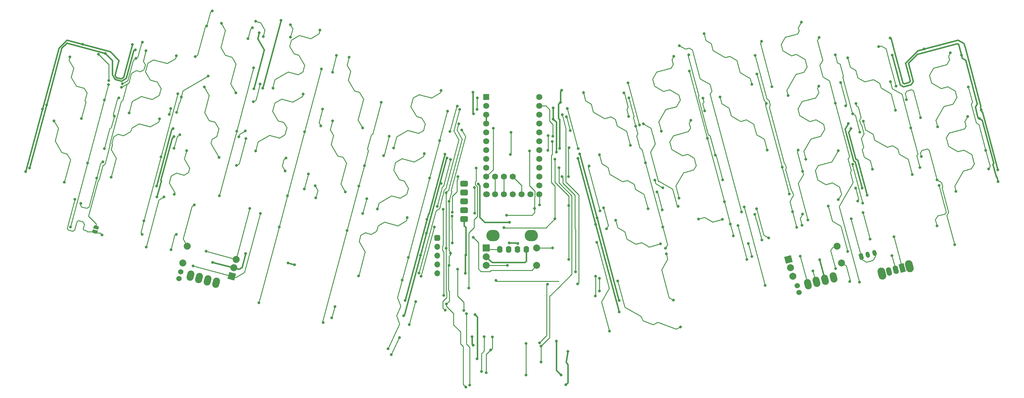
<source format=gbr>
%TF.GenerationSoftware,KiCad,Pcbnew,(6.0.0)*%
%TF.CreationDate,2022-04-21T03:32:39-07:00*%
%TF.ProjectId,ffkb,66666b62-2e6b-4696-9361-645f70636258,rev?*%
%TF.SameCoordinates,Original*%
%TF.FileFunction,Copper,L1,Top*%
%TF.FilePolarity,Positive*%
%FSLAX46Y46*%
G04 Gerber Fmt 4.6, Leading zero omitted, Abs format (unit mm)*
G04 Created by KiCad (PCBNEW (6.0.0)) date 2022-04-21 03:32:39*
%MOMM*%
%LPD*%
G01*
G04 APERTURE LIST*
G04 Aperture macros list*
%AMRoundRect*
0 Rectangle with rounded corners*
0 $1 Rounding radius*
0 $2 $3 $4 $5 $6 $7 $8 $9 X,Y pos of 4 corners*
0 Add a 4 corners polygon primitive as box body*
4,1,4,$2,$3,$4,$5,$6,$7,$8,$9,$2,$3,0*
0 Add four circle primitives for the rounded corners*
1,1,$1+$1,$2,$3*
1,1,$1+$1,$4,$5*
1,1,$1+$1,$6,$7*
1,1,$1+$1,$8,$9*
0 Add four rect primitives between the rounded corners*
20,1,$1+$1,$2,$3,$4,$5,0*
20,1,$1+$1,$4,$5,$6,$7,0*
20,1,$1+$1,$6,$7,$8,$9,0*
20,1,$1+$1,$8,$9,$2,$3,0*%
%AMHorizOval*
0 Thick line with rounded ends*
0 $1 width*
0 $2 $3 position (X,Y) of the first rounded end (center of the circle)*
0 $4 $5 position (X,Y) of the second rounded end (center of the circle)*
0 Add line between two ends*
20,1,$1,$2,$3,$4,$5,0*
0 Add two circle primitives to create the rounded ends*
1,1,$1,$2,$3*
1,1,$1,$4,$5*%
%AMRotRect*
0 Rectangle, with rotation*
0 The origin of the aperture is its center*
0 $1 length*
0 $2 width*
0 $3 Rotation angle, in degrees counterclockwise*
0 Add horizontal line*
21,1,$1,$2,0,0,$3*%
%AMFreePoly0*
4,1,22,0.500000,-0.750000,0.000000,-0.750000,0.000000,-0.745033,-0.079941,-0.743568,-0.215256,-0.701293,-0.333266,-0.622738,-0.424486,-0.514219,-0.481581,-0.384460,-0.499164,-0.250000,-0.500000,-0.250000,-0.500000,0.250000,-0.499164,0.250000,-0.499963,0.256109,-0.478152,0.396186,-0.417904,0.524511,-0.324060,0.630769,-0.204165,0.706417,-0.067858,0.745374,0.000000,0.744959,0.000000,0.750000,
0.500000,0.750000,0.500000,-0.750000,0.500000,-0.750000,$1*%
%AMFreePoly1*
4,1,20,0.000000,0.744959,0.073906,0.744508,0.209726,0.703889,0.328688,0.626782,0.421226,0.519385,0.479903,0.390333,0.500000,0.250000,0.500000,-0.250000,0.499850,-0.262216,0.476331,-0.402017,0.414519,-0.529596,0.319384,-0.634700,0.198574,-0.708877,0.061801,-0.746166,0.000000,-0.745033,0.000000,-0.750000,-0.500000,-0.750000,-0.500000,0.750000,0.000000,0.750000,0.000000,0.744959,
0.000000,0.744959,$1*%
G04 Aperture macros list end*
%TA.AperFunction,ComponentPad*%
%ADD10RoundRect,0.425000X-0.425000X-0.425000X0.425000X-0.425000X0.425000X0.425000X-0.425000X0.425000X0*%
%TD*%
%TA.AperFunction,ComponentPad*%
%ADD11O,1.700000X1.700000*%
%TD*%
%TA.AperFunction,ComponentPad*%
%ADD12RotRect,2.000000X2.000000X165.000000*%
%TD*%
%TA.AperFunction,ComponentPad*%
%ADD13C,2.000000*%
%TD*%
%TA.AperFunction,ComponentPad*%
%ADD14RotRect,2.000000X2.000000X15.000000*%
%TD*%
%TA.AperFunction,ComponentPad*%
%ADD15HorizOval,2.000000X0.129410X0.482963X-0.129410X-0.482963X0*%
%TD*%
%TA.AperFunction,ComponentPad*%
%ADD16C,1.524000*%
%TD*%
%TA.AperFunction,ComponentPad*%
%ADD17HorizOval,1.524000X0.000000X0.000000X0.000000X0.000000X0*%
%TD*%
%TA.AperFunction,ComponentPad*%
%ADD18HorizOval,2.000000X-0.129410X0.482963X0.129410X-0.482963X0*%
%TD*%
%TA.AperFunction,ComponentPad*%
%ADD19HorizOval,1.524000X0.000000X0.000000X0.000000X0.000000X0*%
%TD*%
%TA.AperFunction,ComponentPad*%
%ADD20O,1.600000X2.000000*%
%TD*%
%TA.AperFunction,ComponentPad*%
%ADD21R,2.000000X2.000000*%
%TD*%
%TA.AperFunction,SMDPad,CuDef*%
%ADD22FreePoly0,75.000000*%
%TD*%
%TA.AperFunction,SMDPad,CuDef*%
%ADD23FreePoly1,75.000000*%
%TD*%
%TA.AperFunction,ComponentPad*%
%ADD24R,1.752600X1.752600*%
%TD*%
%TA.AperFunction,ComponentPad*%
%ADD25C,1.752600*%
%TD*%
%TA.AperFunction,ComponentPad*%
%ADD26RoundRect,0.425000X0.675000X0.425000X-0.675000X0.425000X-0.675000X-0.425000X0.675000X-0.425000X0*%
%TD*%
%TA.AperFunction,ComponentPad*%
%ADD27RoundRect,0.425000X0.675000X-0.425000X0.675000X0.425000X-0.675000X0.425000X-0.675000X-0.425000X0*%
%TD*%
%TA.AperFunction,ComponentPad*%
%ADD28O,3.800000X3.300000*%
%TD*%
%TA.AperFunction,ComponentPad*%
%ADD29HorizOval,2.200000X-0.168232X0.627852X0.168232X-0.627852X0*%
%TD*%
%TA.AperFunction,ComponentPad*%
%ADD30RotRect,1.500000X2.500000X195.000000*%
%TD*%
%TA.AperFunction,ComponentPad*%
%ADD31HorizOval,1.500000X-0.129410X0.482963X0.129410X-0.482963X0*%
%TD*%
%TA.AperFunction,ComponentPad*%
%ADD32RoundRect,0.250000X-0.176312X-0.694290X0.499836X-0.513117X0.176312X0.694290X-0.499836X0.513117X0*%
%TD*%
%TA.AperFunction,ComponentPad*%
%ADD33HorizOval,1.200000X-0.071175X0.265630X0.071175X-0.265630X0*%
%TD*%
%TA.AperFunction,ViaPad*%
%ADD34C,0.800000*%
%TD*%
%TA.AperFunction,Conductor*%
%ADD35C,0.254000*%
%TD*%
%TA.AperFunction,Conductor*%
%ADD36C,0.381000*%
%TD*%
G04 APERTURE END LIST*
D10*
%TO.P,J4,1,Pin_1*%
%TO.N,sda*%
X112650000Y-86990000D03*
D11*
%TO.P,J4,2,Pin_2*%
%TO.N,scl*%
X112650000Y-89530000D03*
%TO.P,J4,3,Pin_3*%
%TO.N,+5V*%
X112650000Y-92070000D03*
%TO.P,J4,4,Pin_4*%
%TO.N,3.3V*%
X112650000Y-94610000D03*
%TO.P,J4,5,Pin_5*%
%TO.N,GND*%
X112650000Y-97150000D03*
%TD*%
D12*
%TO.P,SW42,A,A*%
%TO.N,ENC1A*%
X53585255Y-98010424D03*
D13*
%TO.P,SW42,B,B*%
%TO.N,ENC1B*%
X54879350Y-93180795D03*
%TO.P,SW42,C,C*%
%TO.N,GND*%
X54232303Y-95595610D03*
%TO.P,SW42,S1,S1*%
%TO.N,col1*%
X40873426Y-89427919D03*
%TO.P,SW42,S2,S2*%
%TO.N,Net-(D81-Pad2)*%
X39579331Y-94257548D03*
%TD*%
D14*
%TO.P,SW43,A,A*%
%TO.N,ENC2A*%
X213443480Y-93180544D03*
D13*
%TO.P,SW43,B,B*%
%TO.N,ENC2B*%
X214737575Y-98010173D03*
%TO.P,SW43,C,C*%
%TO.N,GND*%
X214090527Y-95595359D03*
%TO.P,SW43,S1,S1*%
%TO.N,col0*%
X228743499Y-94257297D03*
%TO.P,SW43,S2,S2*%
%TO.N,Net-(D82-Pad2)*%
X227449404Y-89427668D03*
%TD*%
D15*
%TO.P,SW44,A,A*%
%TO.N,ENC1A*%
X41761892Y-97896424D03*
%TO.P,SW44,B,B*%
%TO.N,ENC1B*%
X44215343Y-98553824D03*
%TO.P,SW44,C,C*%
%TO.N,GND*%
X46668795Y-99211225D03*
%TO.P,SW44,NC,NC*%
%TO.N,unconnected-(SW44-PadNC)*%
X49122246Y-99868625D03*
D16*
%TO.P,SW44,S1,S1*%
%TO.N,col1*%
X38437063Y-98713744D03*
D17*
%TO.P,SW44,S2,S2*%
%TO.N,Net-(D81-Pad2)*%
X38954701Y-96781893D03*
%TD*%
D18*
%TO.P,SW45,A,A*%
%TO.N,ENC2A*%
X219033655Y-100327217D03*
%TO.P,SW45,B,B*%
%TO.N,ENC2B*%
X221487107Y-99669817D03*
%TO.P,SW45,C,C*%
%TO.N,GND*%
X223940559Y-99012417D03*
%TO.P,SW45,NC,NC*%
%TO.N,unconnected-(SW45-PadNC)*%
X226394010Y-98355016D03*
D16*
%TO.P,SW45,S1,S1*%
%TO.N,col0*%
X216562929Y-102697452D03*
D19*
%TO.P,SW45,S2,S2*%
%TO.N,Net-(D82-Pad2)*%
X216045291Y-100765600D03*
%TD*%
D20*
%TO.P,Brd1,1,GND*%
%TO.N,GND*%
X138180852Y-90353496D03*
%TO.P,Brd1,2,VCC*%
%TO.N,+5V*%
X135640852Y-90353496D03*
%TO.P,Brd1,3,SCL*%
%TO.N,scl*%
X133100852Y-90353496D03*
%TO.P,Brd1,4,SDA*%
%TO.N,sda*%
X130560852Y-90353496D03*
%TD*%
D21*
%TO.P,SW48,A,A*%
%TO.N,sda*%
X126698261Y-89925079D03*
D13*
%TO.P,SW48,B,B*%
%TO.N,scl*%
X126698261Y-94925079D03*
%TO.P,SW48,C,C*%
%TO.N,GND*%
X126698261Y-92425079D03*
%TO.P,SW48,S1,S1*%
%TO.N,col1*%
X141198261Y-94925079D03*
%TO.P,SW48,S2,S2*%
%TO.N,Net-(D87-Pad2)*%
X141198261Y-89925079D03*
%TD*%
D22*
%TO.P,JP1,1,A*%
%TO.N,led*%
X14367856Y-85222648D03*
D23*
%TO.P,JP1,2,B*%
%TO.N,Net-(D41-Pad4)*%
X14704320Y-83966944D03*
%TD*%
D24*
%TO.P,U3,1,TX0/PD3*%
%TO.N,led*%
X126666088Y-46594796D03*
D25*
%TO.P,U3,2,RX1/PD2*%
%TO.N,row0*%
X126666088Y-49134796D03*
%TO.P,U3,3,GND*%
%TO.N,GND*%
X126666088Y-51674796D03*
%TO.P,U3,4,GND*%
X126666088Y-54214796D03*
%TO.P,U3,5,2/PD1*%
%TO.N,sda*%
X126666088Y-56754796D03*
%TO.P,U3,6,3/PD0*%
%TO.N,scl*%
X126666088Y-59294796D03*
%TO.P,U3,7,4/PD4*%
%TO.N,col5*%
X126666088Y-61834796D03*
%TO.P,U3,8,5/PC6*%
%TO.N,col4*%
X126666088Y-64374796D03*
%TO.P,U3,9,6/PD7*%
%TO.N,col3*%
X126666088Y-66914796D03*
%TO.P,U3,10,7/PE6*%
%TO.N,col2*%
X126666088Y-69454796D03*
%TO.P,U3,11,8/PB4*%
%TO.N,col1*%
X126666088Y-71994796D03*
%TO.P,U3,12,9/PB5*%
%TO.N,col0*%
X126894688Y-74534796D03*
%TO.P,U3,13,10/PB6*%
%TO.N,ENC2A*%
X141906088Y-74534796D03*
%TO.P,U3,14,16/PB2*%
%TO.N,col6*%
X141906088Y-71994796D03*
%TO.P,U3,15,14/PB3*%
%TO.N,col7*%
X141906088Y-69454796D03*
%TO.P,U3,16,15/PB1*%
%TO.N,row5*%
X141906088Y-66914796D03*
%TO.P,U3,17,A0/PF7*%
%TO.N,row4*%
X141906088Y-64374796D03*
%TO.P,U3,18,A1/PF6*%
%TO.N,row3*%
X141906088Y-61834796D03*
%TO.P,U3,19,A2/PF5*%
%TO.N,row2*%
X141906088Y-59294796D03*
%TO.P,U3,20,A3/PF4*%
%TO.N,row1*%
X141906088Y-56754796D03*
%TO.P,U3,21,VCC*%
%TO.N,+5V*%
X141906088Y-54214796D03*
%TO.P,U3,22,RST*%
%TO.N,RESET*%
X141906088Y-51674796D03*
%TO.P,U3,23,GND*%
%TO.N,B-*%
X141906088Y-49134796D03*
%TO.P,U3,24,B0*%
%TO.N,B+*%
X141906088Y-46594796D03*
%TO.P,U3,25,B7*%
%TO.N,ENC1B*%
X129206088Y-74534796D03*
%TO.P,U3,26,D5*%
%TO.N,ENC1A*%
X131746088Y-74534796D03*
%TO.P,U3,27,C7*%
%TO.N,unconnected-(U3-Pad27)*%
X134286088Y-74534796D03*
%TO.P,U3,28,F1*%
%TO.N,ENC2B*%
X136826088Y-74534796D03*
%TO.P,U3,29,F0*%
%TO.N,unconnected-(U3-Pad29)*%
X139366088Y-74534796D03*
%TD*%
%TO.P,U1,1,TX0/P0.06*%
%TO.N,led*%
X126676088Y-46584796D03*
%TO.P,U1,2,RX1/P0.08*%
%TO.N,row0*%
X126676088Y-49124796D03*
%TO.P,U1,3,GND*%
%TO.N,GND*%
X126676088Y-51664796D03*
%TO.P,U1,4,GND*%
X126676088Y-54204796D03*
%TO.P,U1,5,P0.17*%
%TO.N,sda*%
X126676088Y-56744796D03*
%TO.P,U1,6,P0.20*%
%TO.N,scl*%
X126676088Y-59284796D03*
%TO.P,U1,7,P0.22*%
%TO.N,col5*%
X126676088Y-61824796D03*
%TO.P,U1,8,P0.24*%
%TO.N,col4*%
X126676088Y-64364796D03*
%TO.P,U1,9,P1.00*%
%TO.N,col3*%
X126676088Y-66904796D03*
%TO.P,U1,10,P0.11*%
%TO.N,col2*%
X126676088Y-69444796D03*
%TO.P,U1,11,P1.04*%
%TO.N,col1*%
X126676088Y-71984796D03*
%TO.P,U1,12,P1.06*%
%TO.N,col0*%
X126676088Y-74524796D03*
%TO.P,U1,13,NFC1/P0.09*%
%TO.N,ENC2A*%
X141916088Y-74524796D03*
%TO.P,U1,14,NFC2/P0.10*%
%TO.N,col6*%
X141916088Y-71984796D03*
%TO.P,U1,15,P1.11*%
%TO.N,col7*%
X141916088Y-69444796D03*
%TO.P,U1,16,P1.13*%
%TO.N,row5*%
X141916088Y-66904796D03*
%TO.P,U1,17,P1.15*%
%TO.N,row4*%
X141916088Y-64364796D03*
%TO.P,U1,18,AIN0/P0.02*%
%TO.N,row3*%
X141916088Y-61824796D03*
%TO.P,U1,19,AIN5/P0.29*%
%TO.N,row2*%
X141916088Y-59284796D03*
%TO.P,U1,20,AIN7/P0.31*%
%TO.N,row1*%
X141916088Y-56744796D03*
%TO.P,U1,21,VCC*%
%TO.N,+5V*%
X141916088Y-54204796D03*
%TO.P,U1,22,RST*%
%TO.N,RESET*%
X141916088Y-51664796D03*
%TO.P,U1,23,GND*%
%TO.N,B-*%
X141916088Y-49124796D03*
%TO.P,U1,24,BATIN/P0.04*%
%TO.N,B+*%
X141916088Y-46584796D03*
%TO.P,U1,31,P1.01*%
%TO.N,ENC1B*%
X129216088Y-69444796D03*
%TO.P,U1,32,P1.02*%
%TO.N,ENC1A*%
X131756088Y-69444796D03*
%TO.P,U1,33,P1.07*%
%TO.N,ENC2B*%
X134296088Y-69444796D03*
%TD*%
D26*
%TO.P,J1,1,Pin_1*%
%TO.N,+5V*%
X120336846Y-71473492D03*
D27*
%TO.P,J1,2,Pin_2*%
%TO.N,sda*%
X120336846Y-74013492D03*
%TO.P,J1,3,Pin_3*%
%TO.N,scl*%
X120336846Y-76553492D03*
%TO.P,J1,4,Pin_4*%
%TO.N,unconnected-(J1-Pad4)*%
X120336846Y-79093492D03*
%TO.P,J1,5,Pin_5*%
%TO.N,GND*%
X120336846Y-81633492D03*
D28*
%TO.P,J1,6*%
%TO.N,N/C*%
X128660846Y-86353492D03*
%TO.P,J1,7*%
X139660846Y-86353492D03*
%TD*%
D29*
%TO.P,SW49,*%
%TO.N,*%
X240299024Y-97238122D03*
X248219616Y-95115806D03*
D30*
%TO.P,SW49,1*%
%TO.N,B+*%
X246191172Y-95659326D03*
D31*
%TO.P,SW49,2*%
%TO.N,Net-(J2-Pad2)*%
X244259320Y-96176964D03*
%TO.P,SW49,3*%
%TO.N,N/C*%
X242327469Y-96694602D03*
%TD*%
D32*
%TO.P,J2,1,Pin_1*%
%TO.N,B-*%
X234344218Y-92347329D03*
D33*
%TO.P,J2,2,Pin_2*%
%TO.N,Net-(J2-Pad2)*%
X236276070Y-91829691D03*
%TO.P,J2,3,Pin_3*%
%TO.N,B-*%
X238207921Y-91312053D03*
%TD*%
D34*
%TO.N,scl*%
X116450000Y-91450000D03*
%TO.N,+5V*%
X107794304Y-91994304D03*
%TO.N,3.3V*%
X120223145Y-107826855D03*
X118450000Y-96000000D03*
%TO.N,GND*%
X120700000Y-97150000D03*
X268816123Y-50283591D03*
X67726671Y-24576659D03*
X123016088Y-51354798D03*
X147996083Y-48044800D03*
X158487523Y-81297055D03*
X128433994Y-115474700D03*
X153549251Y-62867184D03*
X147744519Y-61325756D03*
X36775452Y-55632772D03*
X126706882Y-125707723D03*
X273620745Y-67507065D03*
X-5523949Y-68006512D03*
X109677069Y-81683584D03*
X242650438Y-29581934D03*
X69782064Y-94233960D03*
X230655747Y-54189884D03*
X146812627Y-116669434D03*
X103418178Y-105003444D03*
X122987609Y-117871088D03*
X32023428Y-72125367D03*
X48078252Y-94025089D03*
X10782109Y-31398676D03*
X122633996Y-115424700D03*
X122876085Y-45224794D03*
X-695272Y-49992457D03*
X222430004Y-93327446D03*
X252455049Y-32793752D03*
X148366577Y-44575286D03*
X114849473Y-62959470D03*
X25082656Y-31462890D03*
X57641714Y-91477892D03*
X234633330Y-72685639D03*
X62541490Y-43984610D03*
X120837014Y-91931332D03*
X164833065Y-104940328D03*
X71651474Y-94714161D03*
X148154834Y-126357224D03*
X127979093Y-119229603D03*
%TO.N,+5V*%
X123483997Y-109024699D03*
X124043739Y-121714957D03*
X109497724Y-85637053D03*
X133395365Y-82526855D03*
X243293391Y-34492860D03*
X441552Y-48816614D03*
X59976131Y-44166858D03*
X236077424Y-74752305D03*
X25943550Y-32981072D03*
X268304808Y-52763984D03*
X113736092Y-71354795D03*
X145896091Y-52874797D03*
X231390338Y-55619772D03*
X32112717Y-75275275D03*
X115468447Y-64088123D03*
X135708255Y-88625084D03*
X102992956Y-109372257D03*
X273695754Y-70851493D03*
X145891866Y-49709016D03*
X-4417040Y-66936541D03*
X164854337Y-108265208D03*
X150178993Y-119637029D03*
X152984627Y-64198690D03*
X61536339Y-28137369D03*
X149574831Y-129207231D03*
X37038005Y-57882874D03*
X124394518Y-71515750D03*
X133295366Y-88426854D03*
X17289824Y-34002485D03*
X146810022Y-62363493D03*
X158110269Y-83095992D03*
X263149657Y-34550216D03*
%TO.N,row0*%
X22217482Y-42735431D03*
X82537081Y-39434827D03*
X83714574Y-34615360D03*
X28004461Y-30785357D03*
X116289905Y-56500977D03*
X46431261Y-26126471D03*
X26087242Y-35479764D03*
X47995252Y-21835032D03*
X118406087Y-49144794D03*
X43107814Y-34936502D03*
X60452146Y-24800941D03*
X149987852Y-49898822D03*
X167413090Y-42486262D03*
X170727156Y-54600638D03*
X62678420Y-29165084D03*
X153120999Y-61346202D03*
%TO.N,row1*%
X39109110Y-46514285D03*
X46862972Y-40549667D03*
X98845833Y-57852913D03*
X37823548Y-50967742D03*
X133657579Y-63097743D03*
X79720434Y-49985318D03*
X156220223Y-66344371D03*
X175098508Y-70459293D03*
X97197077Y-63426614D03*
X177395574Y-72634031D03*
X79215990Y-54881599D03*
X21237691Y-46789023D03*
X17056471Y-61333924D03*
X61785979Y-42850431D03*
X19902199Y-52033001D03*
X59841057Y-47868007D03*
X159382398Y-79266236D03*
X133803714Y-56741791D03*
%TO.N,row2*%
X92378181Y-75769972D03*
X10232977Y-77146127D03*
X54957656Y-66209050D03*
X38715159Y-57411439D03*
X146424290Y-81557768D03*
X57707819Y-58456694D03*
X177229348Y-79014356D03*
X145665512Y-59370691D03*
X16607013Y-65219450D03*
X160405504Y-78370801D03*
X74448688Y-72943874D03*
X91252105Y-79972545D03*
X175701977Y-73804830D03*
X75595572Y-68663670D03*
X14838416Y-69849471D03*
X161248843Y-84377329D03*
X37019906Y-61288767D03*
X116884838Y-80777229D03*
X131760847Y-84081212D03*
X116914827Y-88497231D03*
%TO.N,row3*%
X132564521Y-80515748D03*
X251412009Y-52505370D03*
X217504123Y-67873238D03*
X219098911Y-81900223D03*
X205790564Y-30592704D03*
X189409405Y-50562927D03*
X226945101Y-34410818D03*
X144484524Y-57673615D03*
X231933787Y-51367434D03*
X233958375Y-56643709D03*
X188894070Y-46932301D03*
X216299495Y-61769729D03*
X139099614Y-62012287D03*
X144382926Y-61864612D03*
X140610911Y-78577927D03*
X247327675Y-47346687D03*
X129464827Y-99257233D03*
X208734836Y-43566926D03*
%TO.N,led*%
X124134521Y-46835747D03*
X124064517Y-50105754D03*
X16353057Y-86191468D03*
X119056217Y-50076288D03*
X107399972Y-97108121D03*
X29059464Y-89616848D03*
X8617422Y-75960589D03*
X34184075Y-75265504D03*
%TO.N,Net-(D41-Pad2)*%
X37711075Y-34671222D03*
X24130195Y-51167801D03*
%TO.N,Net-(D42-Pad2)*%
X18981317Y-69572291D03*
X32858218Y-52782332D03*
%TO.N,Net-(D43-Pad2)*%
X40647670Y-61929533D03*
X37125883Y-74454821D03*
%TO.N,Net-(D45-Pad2)*%
X49965622Y-63898280D03*
X45716507Y-43669242D03*
%TO.N,Net-(D46-Pad2)*%
X50666132Y-25428769D03*
X54815762Y-45372328D03*
%TO.N,Net-(D47-Pad2)*%
X70455447Y-25834449D03*
X70460831Y-29407592D03*
X58265488Y-29825997D03*
X59580137Y-26658320D03*
%TO.N,Net-(D48-Pad2)*%
X65467870Y-44023336D03*
X78961998Y-27348223D03*
%TO.N,Net-(D49-Pad2)*%
X74092732Y-45713755D03*
X60465639Y-62073717D03*
%TO.N,Net-(D50-Pad2)*%
X68931334Y-67841321D03*
X77779968Y-75502564D03*
X77585690Y-72054809D03*
X69175171Y-64066343D03*
%TO.N,Net-(D52-Pad2)*%
X82573826Y-53400190D03*
X86233665Y-73813531D03*
%TO.N,Net-(D53-Pad2)*%
X87341834Y-35142116D03*
X91199524Y-55473884D03*
%TO.N,Net-(D55-Pad2)*%
X113757926Y-44695150D03*
X100071995Y-61236050D03*
%TO.N,Net-(D56-Pad2)*%
X95437562Y-78763815D03*
X108905067Y-62806259D03*
%TO.N,Net-(D57-Pad2)*%
X103987507Y-81158850D03*
X90062310Y-97935874D03*
%TO.N,Net-(D63-Pad2)*%
X199024716Y-83464605D03*
X201496000Y-93170212D03*
X176702411Y-88753037D03*
X163848922Y-81910313D03*
%TO.N,Net-(D64-Pad2)*%
X159171784Y-63141307D03*
X173160217Y-78680320D03*
%TO.N,Net-(D65-Pad2)*%
X168070176Y-60456761D03*
X154602003Y-45275278D03*
%TO.N,Net-(D67-Pad2)*%
X180552338Y-34882326D03*
X176988809Y-56379521D03*
%TO.N,Net-(D68-Pad2)*%
X182081347Y-75616979D03*
X185469901Y-53234918D03*
%TO.N,Net-(D70-Pad2)*%
X5549508Y-71056454D03*
X2608163Y-53403676D03*
%TO.N,Net-(D71-Pad2)*%
X207336426Y-61817902D03*
X193798562Y-46554040D03*
%TO.N,Net-(D72-Pad2)*%
X189228412Y-28377536D03*
X202977348Y-42945437D03*
%TO.N,Net-(D74-Pad2)*%
X217209224Y-25060143D03*
X213352768Y-46159600D03*
%TO.N,Net-(D75-Pad2)*%
X222164312Y-43396621D03*
X218453161Y-64421796D03*
%TO.N,Net-(D76-Pad2)*%
X227743482Y-61963519D03*
X227795891Y-75998174D03*
%TO.N,Net-(D77-Pad2)*%
X7181782Y-35021040D03*
X10463790Y-52754754D03*
%TO.N,Net-(D78-Pad2)*%
X249037173Y-68795083D03*
X234953724Y-53519643D03*
%TO.N,Net-(D79-Pad2)*%
X230514316Y-35328818D03*
X244208445Y-50387630D03*
%TO.N,Net-(D80-Pad2)*%
X239379200Y-32094195D03*
X244364982Y-43398984D03*
%TO.N,RESET*%
X152904827Y-100257237D03*
X138124831Y-126357232D03*
X144299532Y-100340233D03*
X138104831Y-117337231D03*
X148526091Y-51674800D03*
X141984831Y-117137228D03*
%TO.N,col0*%
X164489413Y-99385571D03*
X18244514Y-42968220D03*
X182493328Y-112625582D03*
X36087054Y-49846770D03*
X17040638Y-47373597D03*
X114357159Y-78789686D03*
X55679453Y-57975449D03*
X57523466Y-56257177D03*
X12211580Y-65511788D03*
X231107170Y-99553791D03*
X35634120Y-51537141D03*
X114537815Y-103539132D03*
X7294012Y-83864386D03*
%TO.N,col1*%
X123326994Y-72575754D03*
X107976006Y-98049282D03*
X28407726Y-82109212D03*
X33330463Y-63737295D03*
X111763126Y-83915535D03*
X123351616Y-79942530D03*
X42849329Y-77562176D03*
X27871632Y-86003142D03*
X38115704Y-45608066D03*
X122945327Y-86883614D03*
%TO.N,col2*%
X128685727Y-55489216D03*
X206799870Y-100656236D03*
X59897086Y-38192847D03*
X150825181Y-56186176D03*
X211693897Y-66711533D03*
X213702491Y-74403981D03*
X116944513Y-79685746D03*
X204438190Y-39927293D03*
X166224879Y-45392833D03*
X149687923Y-52256794D03*
X207092438Y-48459143D03*
X118584522Y-69435752D03*
X167611419Y-52112953D03*
X55025420Y-56412795D03*
X200767345Y-78093461D03*
X50061270Y-74939248D03*
%TO.N,col3*%
X74572228Y-56525724D03*
X79377999Y-38474465D03*
X159205430Y-102254164D03*
X203886131Y-34579353D03*
X123774525Y-66925747D03*
X159213033Y-98628734D03*
X67249809Y-83853406D03*
X82353016Y-109977512D03*
X121694837Y-101397230D03*
X69654673Y-74878325D03*
X231928779Y-65891745D03*
X234824356Y-77027641D03*
X83221782Y-106735239D03*
X61429268Y-105611806D03*
X215840927Y-83954961D03*
X214654324Y-79526480D03*
%TO.N,col4*%
X222241002Y-29477113D03*
X99431837Y-120547668D03*
X96546212Y-48044002D03*
X226945472Y-48359298D03*
X112594832Y-78007234D03*
X79862904Y-111350147D03*
X233900102Y-99732090D03*
X91701626Y-66240151D03*
X116428804Y-64518367D03*
X90134269Y-72089599D03*
X86698655Y-84911502D03*
X101816674Y-115607666D03*
%TO.N,col5*%
X158116972Y-98041502D03*
X110411389Y-69824727D03*
X248634650Y-55406451D03*
X217393822Y-83420530D03*
X232773986Y-72712270D03*
X102566714Y-99101454D03*
X113280044Y-59118756D03*
X233345409Y-76464122D03*
X242774447Y-42172029D03*
X157998933Y-103727362D03*
X217555209Y-80195466D03*
X98493065Y-118902321D03*
X251247298Y-66776261D03*
X104300668Y-92630246D03*
X115599834Y-50654392D03*
%TO.N,col6*%
X178171270Y-90002132D03*
X150444519Y-61125743D03*
X150354516Y-69455750D03*
X172444795Y-65423779D03*
X162042238Y-113804693D03*
X158417495Y-88320793D03*
X177385654Y-83863295D03*
X169583140Y-54937103D03*
X167692034Y-46811443D03*
%TO.N,col7*%
X190199700Y-58430164D03*
X197670185Y-86447621D03*
X152347429Y-96767761D03*
X196806871Y-83088457D03*
X230479510Y-90946623D03*
X256722355Y-71948973D03*
X180449346Y-104917770D03*
X148459509Y-69416388D03*
X270129252Y-61874640D03*
X270939805Y-67205910D03*
X195070674Y-76608884D03*
X185015558Y-39082672D03*
X178399966Y-91611061D03*
X224927108Y-77879542D03*
X265162179Y-43680768D03*
X256141520Y-83569667D03*
%TO.N,sda*%
X115178258Y-74035092D03*
X118776763Y-54287461D03*
X115208259Y-89965085D03*
X120983998Y-108774698D03*
X114883997Y-107774701D03*
X121916509Y-129289944D03*
%TO.N,scl*%
X116058254Y-94925088D03*
X120827181Y-129878044D03*
X115998260Y-76545087D03*
X115283997Y-106024699D03*
X119693919Y-56003306D03*
X132798251Y-94915096D03*
%TO.N,3.3V*%
X126133998Y-115374700D03*
X125293351Y-125380728D03*
%TO.N,Net-(D82-Pad2)*%
X226998119Y-95809712D03*
%TO.N,ENC1B*%
X58787326Y-78596029D03*
X46298254Y-90865082D03*
%TO.N,ENC1A*%
X61793340Y-80002046D03*
X42568254Y-95105091D03*
%TO.N,ENC2B*%
X201950461Y-88607100D03*
X220525803Y-96498332D03*
X202947739Y-92367617D03*
%TO.N,ENC2A*%
X216894171Y-92295041D03*
X141995213Y-77582487D03*
%TO.N,Net-(D41-Pad4)*%
X18305991Y-41801221D03*
X29018918Y-33231945D03*
X15394860Y-34313116D03*
X21927979Y-43792542D03*
%TO.N,Net-(D84-Pad2)*%
X256336498Y-55119910D03*
X259988540Y-33837109D03*
%TO.N,Net-(D85-Pad2)*%
X261599582Y-73680139D03*
X264941456Y-52128462D03*
%TO.N,Net-(D87-Pad2)*%
X145718262Y-89895087D03*
%TO.N,B-*%
X194533894Y-81697497D03*
X187618731Y-81583384D03*
X181846024Y-78005561D03*
X203806588Y-80211104D03*
X205841447Y-87590578D03*
X171827925Y-54292540D03*
X145830612Y-57821291D03*
X231477671Y-81497101D03*
%TO.N,B+*%
X204304167Y-78614814D03*
X236937238Y-87397101D03*
X182148226Y-31803030D03*
X243799237Y-86656369D03*
X200020249Y-79604911D03*
X234904982Y-79763583D03*
X207759948Y-86997629D03*
%TO.N,row4*%
X261235899Y-88975447D03*
X251638582Y-63667051D03*
X146452909Y-64412594D03*
X150402616Y-77726799D03*
X194617574Y-70353607D03*
X232821391Y-48403499D03*
X184858290Y-34471234D03*
X256154688Y-70376871D03*
X229910673Y-49131659D03*
X192461599Y-63239715D03*
X150402610Y-93216187D03*
X228427540Y-42437421D03*
X237645417Y-67312988D03*
%TO.N,row5*%
X36144282Y-90376423D03*
X37716740Y-86014775D03*
X142444830Y-118137224D03*
X147583216Y-66850988D03*
X142454835Y-122707231D03*
X106427798Y-105295485D03*
X104605514Y-111924254D03*
%TO.N,Net-(J2-Pad2)*%
X243154835Y-92119651D03*
%TD*%
D35*
%TO.N,scl*%
X116450000Y-91450000D02*
X116450000Y-91846514D01*
X116450000Y-91100000D02*
X116450000Y-91450000D01*
X116450000Y-91846514D02*
X115998257Y-92298257D01*
X115998257Y-90648257D02*
X116450000Y-91100000D01*
X115998257Y-90551743D02*
X115998257Y-90648257D01*
X115998257Y-92298257D02*
X115998256Y-94865081D01*
X115998260Y-76545087D02*
X115998257Y-90551743D01*
D36*
%TO.N,+5V*%
X107794304Y-91994304D02*
X103164421Y-109273261D01*
X109497724Y-85637053D02*
X107794304Y-91994304D01*
D35*
%TO.N,3.3V*%
X120223145Y-105473145D02*
X120223145Y-107826855D01*
X118450000Y-96000000D02*
X118450000Y-103700000D01*
X118450000Y-103700000D02*
X120223145Y-105473145D01*
D36*
%TO.N,GND*%
X120700000Y-97150000D02*
X120700000Y-92068346D01*
X120700000Y-92068346D02*
X120837014Y-91931332D01*
X158487523Y-81297055D02*
X164820817Y-104933261D01*
X128368259Y-94055092D02*
X137740015Y-94055083D01*
X246701829Y-42731415D02*
X248131399Y-42348362D01*
X126676086Y-51664797D02*
X126676088Y-54204792D01*
D35*
X127979093Y-119229603D02*
X126706884Y-120501813D01*
D36*
X114849473Y-62959470D02*
X110268373Y-80056360D01*
X20475778Y-40957523D02*
X20067432Y-40250240D01*
X147744519Y-61325756D02*
X147744520Y-53005754D01*
X103430428Y-104996370D02*
X103418178Y-105003444D01*
X148154834Y-126357224D02*
X146812627Y-125015027D01*
X71626979Y-94728299D02*
X71651474Y-94714161D01*
X232182602Y-64951659D02*
X232630269Y-65210119D01*
X48078252Y-94025089D02*
X54232307Y-95595614D01*
D35*
X126706884Y-120501813D02*
X126706882Y-125707723D01*
D36*
X246346651Y-42526361D02*
X246701829Y-42731415D01*
X252455049Y-32793752D02*
X262171505Y-30190238D01*
X36775452Y-55632772D02*
X36594275Y-55632768D01*
D35*
X128029094Y-119229604D02*
X127979093Y-119229603D01*
D36*
X229987524Y-55347271D02*
X229949634Y-55357424D01*
X-5521796Y-68005270D02*
X-5523949Y-68006512D01*
X242932141Y-29744569D02*
X243452366Y-31686083D01*
X122876085Y-45224794D02*
X122876086Y-51214791D01*
X32003276Y-72090468D02*
X32023428Y-72125367D01*
X109677069Y-81683584D02*
X103430428Y-104996370D01*
X137740015Y-94055083D02*
X138180848Y-93614252D01*
X147744520Y-53005754D02*
X147434514Y-52695754D01*
X120837017Y-84018508D02*
X120336848Y-83518339D01*
X147996087Y-44945774D02*
X148366577Y-44575286D01*
X268578009Y-49394949D02*
X268816123Y-50283591D01*
X3988494Y-32512382D02*
X-695272Y-49992457D01*
X36594275Y-55632768D02*
X36346793Y-55880263D01*
X10782109Y-31398676D02*
X6326178Y-30204711D01*
X164820817Y-104933261D02*
X164833065Y-104940328D01*
X222421305Y-93342503D02*
X222430004Y-93327446D01*
X127698256Y-93425088D02*
X127738256Y-93425080D01*
X269174109Y-50912004D02*
X268949798Y-50782495D01*
X6296177Y-30204704D02*
X3988494Y-32512382D01*
X243452366Y-31686083D02*
X243445291Y-31698328D01*
D35*
X128433996Y-118824700D02*
X128433994Y-115474700D01*
D36*
X36346793Y-55880263D02*
X32003276Y-72090468D01*
D35*
X128433996Y-118824700D02*
X128029094Y-119229604D01*
D36*
X264317251Y-32785956D02*
X268707509Y-49170644D01*
X138180848Y-93614252D02*
X138180848Y-90353492D01*
X22549561Y-40916520D02*
X21843693Y-41324055D01*
X223940563Y-99012414D02*
X222421305Y-93342503D01*
X62541490Y-43984610D02*
X67737023Y-24594602D01*
X138180849Y-90353489D02*
X138336660Y-90353495D01*
X56570200Y-95476828D02*
X57641714Y-91477892D01*
X-695272Y-49992457D02*
X-5521796Y-68005270D01*
X243445291Y-31698328D02*
X246346651Y-42526361D01*
X18716255Y-33534972D02*
X21201004Y-36019709D01*
X147996083Y-48044800D02*
X147996087Y-44945774D01*
X250593782Y-33292487D02*
X250593771Y-33317107D01*
X263887139Y-31180761D02*
X264317251Y-32785956D01*
X250593782Y-33292487D02*
X252291575Y-32837556D01*
X230655747Y-54189884D02*
X229987524Y-55347271D01*
X21843693Y-41324055D02*
X20475778Y-40957523D01*
X25082656Y-31462890D02*
X22549561Y-40916520D01*
X18716266Y-33524628D02*
X18716255Y-33534972D01*
X248131399Y-42348362D02*
X248400101Y-41882962D01*
X122876086Y-51214791D02*
X123016088Y-51354798D01*
X6326178Y-30204711D02*
X6296177Y-30204704D01*
X20067432Y-40250240D02*
X21201004Y-36019709D01*
X147434514Y-52695754D02*
X147434521Y-48606368D01*
X273620745Y-67507065D02*
X269174109Y-50912004D01*
X252455049Y-32793752D02*
X252291575Y-32837556D01*
X55688598Y-95985821D02*
X56570200Y-95476828D01*
X120336848Y-83518339D02*
X120336849Y-81633492D01*
X268949798Y-50782495D02*
X268816123Y-50283591D01*
X232630269Y-65210119D02*
X234633330Y-72685639D01*
X122633998Y-117517472D02*
X122987609Y-117871088D01*
X262171505Y-30190238D02*
X263887139Y-31180761D01*
X126676088Y-54204792D02*
X126666086Y-54214800D01*
X127738256Y-93425080D02*
X128368259Y-94055092D01*
X69782064Y-94233960D02*
X71626979Y-94728299D01*
X229718914Y-55757045D02*
X232182602Y-64951659D01*
X147434521Y-48606368D02*
X147996083Y-48044800D01*
X67737023Y-24594602D02*
X67726671Y-24576659D01*
X110268373Y-80056360D02*
X110084663Y-80162420D01*
X120837014Y-91931332D02*
X120837017Y-84018508D01*
X18716266Y-33524628D02*
X10782109Y-31398676D01*
X122633996Y-115424700D02*
X122633998Y-117517472D01*
X153549251Y-62867184D02*
X158487523Y-81297055D01*
X229949634Y-55357424D02*
X229718914Y-55757045D01*
X250593771Y-33317107D02*
X247053497Y-36857378D01*
X54232301Y-95595602D02*
X55688598Y-95985821D01*
X126698257Y-92425089D02*
X127698256Y-93425088D01*
X110084663Y-80162420D02*
X109677069Y-81683584D01*
X242650438Y-29581934D02*
X242932141Y-29744569D01*
X248400101Y-41882962D02*
X247053497Y-36857378D01*
X268707509Y-49170644D02*
X268578009Y-49394949D01*
X146812627Y-125015027D02*
X146812627Y-116669434D01*
%TO.N,+5V*%
X158110269Y-83095992D02*
X153058114Y-64241123D01*
X269066966Y-53204011D02*
X272376977Y-65557146D01*
X6272225Y-31050328D02*
X17289824Y-34002485D01*
X441552Y-48816614D02*
X4810288Y-32512269D01*
X-4417040Y-66936541D02*
X437564Y-48818925D01*
X146810021Y-53788738D02*
X145896091Y-52874797D01*
X273356731Y-69586215D02*
X273695754Y-70851493D01*
X124183997Y-109724700D02*
X124183996Y-109924700D01*
X25412019Y-33287944D02*
X25943550Y-32981072D01*
X245586532Y-43050960D02*
X246529583Y-43595436D01*
X135510027Y-88426856D02*
X135708255Y-88625084D01*
X124183996Y-109924700D02*
X124183997Y-121574703D01*
X125745365Y-82026855D02*
X126245366Y-82526854D01*
X232785669Y-64304558D02*
X233368050Y-64640797D01*
X123483997Y-109024699D02*
X124183997Y-109724700D01*
X267686765Y-48464274D02*
X264330057Y-35936843D01*
X233368050Y-64640797D02*
X236077424Y-74752305D01*
X149574831Y-129207231D02*
X150178995Y-128603072D01*
X149646926Y-122654529D02*
X150178993Y-119637029D01*
X23305061Y-41151226D02*
X21925778Y-41947556D01*
X62964306Y-33014842D02*
X59976131Y-44166858D01*
X124183997Y-121574703D02*
X124043739Y-121714957D01*
X23305061Y-41151226D02*
X25412019Y-33287944D01*
X109497724Y-85637053D02*
X115235744Y-64222476D01*
X124799416Y-81080908D02*
X125745365Y-82026855D01*
X273697624Y-70848253D02*
X273695754Y-70851493D01*
X21925778Y-41947556D02*
X20092940Y-41456448D01*
X124799418Y-71920651D02*
X124394518Y-71515750D01*
X231390338Y-55619772D02*
X230753939Y-56722041D01*
X263373170Y-35384389D02*
X264330057Y-35936843D01*
X247904834Y-36827726D02*
X250462899Y-34269652D01*
X19303231Y-36015884D02*
X17289824Y-34002485D01*
X103164421Y-109273261D02*
X102992956Y-109372257D01*
X33357639Y-70629173D02*
X33258997Y-70458323D01*
X145891871Y-52870586D02*
X145896091Y-52874797D01*
X133295366Y-88426854D02*
X135510027Y-88426856D01*
X36584986Y-58335900D02*
X36507191Y-58335894D01*
X126245366Y-82526854D02*
X133395365Y-82526855D01*
X33258997Y-70458323D02*
X36507191Y-58335894D01*
X124799418Y-81022803D02*
X124799416Y-81080908D01*
X272188392Y-65883786D02*
X273148198Y-69465821D01*
X135708255Y-88625084D02*
X135617754Y-88534588D01*
X243293391Y-34492860D02*
X245586532Y-43050960D01*
X124799418Y-81022803D02*
X124799418Y-71920651D01*
X248731896Y-43005326D02*
X249297583Y-42025532D01*
X261936639Y-31195288D02*
X262308182Y-31409795D01*
X230753939Y-56722041D02*
X232785669Y-64304558D01*
X115235744Y-64222476D02*
X115468447Y-64088123D01*
X164854337Y-108265208D02*
X158110269Y-83095992D01*
X113587795Y-71206511D02*
X113364374Y-71206509D01*
X19303226Y-40088612D02*
X19303231Y-36015884D01*
X273148198Y-69465821D02*
X273356731Y-69586215D01*
X262308182Y-31409795D02*
X263149657Y-34550216D01*
X146810022Y-62363493D02*
X146810021Y-53788738D01*
X267115449Y-49453821D02*
X267686765Y-48464274D01*
X37038005Y-57882874D02*
X36584986Y-58335900D01*
X124434520Y-71555748D02*
X124394518Y-71515750D01*
X246529583Y-43595436D02*
X248731896Y-43005326D01*
X150178994Y-123414401D02*
X149646926Y-122654529D01*
X267693962Y-51612859D02*
X267947059Y-52557441D01*
X61096345Y-29779442D02*
X61536339Y-28137369D01*
X268304808Y-52763984D02*
X269066966Y-53204011D01*
X20092940Y-41456448D02*
X19303226Y-40088612D01*
X267693962Y-51612859D02*
X267115449Y-49453821D01*
X62964306Y-33014842D02*
X61096345Y-29779442D01*
X153058114Y-64241123D02*
X152984627Y-64198690D01*
X145891866Y-49709016D02*
X145891871Y-52870586D01*
X4810288Y-32512269D02*
X6272225Y-31050328D01*
X437564Y-48818925D02*
X441552Y-48816614D01*
X267947059Y-52557441D02*
X268304808Y-52763984D01*
X113736092Y-71354795D02*
X113587795Y-71206511D01*
X249297583Y-42025532D02*
X247904834Y-36827726D01*
X32112717Y-75275275D02*
X33357639Y-70629173D01*
X150178995Y-128603072D02*
X150178994Y-123414401D01*
X263149657Y-34550216D02*
X263373170Y-35384389D01*
X250462899Y-34269652D02*
X261936639Y-31195288D01*
X272376977Y-65557146D02*
X272188392Y-65883786D01*
D35*
%TO.N,row0*%
X47505357Y-22117876D02*
X47995252Y-21835032D01*
X26633957Y-35164119D02*
X27771147Y-30920061D01*
X149987852Y-49898822D02*
X153043119Y-61301239D01*
X60452146Y-24800941D02*
X61910564Y-25191722D01*
X26087242Y-35479764D02*
X26633957Y-35164119D01*
X167413090Y-42486262D02*
X170646679Y-54554172D01*
X46431261Y-26126471D02*
X47505357Y-22117876D01*
X83714574Y-34615360D02*
X82459296Y-39300103D01*
X62643057Y-29103851D02*
X62678420Y-29165084D01*
X45978101Y-26388105D02*
X46431261Y-26126471D01*
X82459296Y-39300103D02*
X82537081Y-39434827D01*
X44878116Y-30493293D02*
X45978101Y-26388105D01*
X26079726Y-35507808D02*
X25306295Y-35954347D01*
X170646679Y-54554172D02*
X170727156Y-54600638D01*
X43107814Y-34936502D02*
X43793670Y-34540521D01*
X153043119Y-61301239D02*
X153120999Y-61346202D01*
X61910564Y-25191722D02*
X63126836Y-27298365D01*
X26087242Y-35479764D02*
X26079726Y-35507808D01*
X27771147Y-30920061D02*
X28004461Y-30785357D01*
X116289905Y-56500977D02*
X118234432Y-49243898D01*
X63126836Y-27298365D02*
X62643057Y-29103851D01*
X23722068Y-41866759D02*
X22217482Y-42735431D01*
X118234432Y-49243898D02*
X118406087Y-49144794D01*
X25306295Y-35954347D02*
X23722068Y-41866759D01*
X43793670Y-34540521D02*
X44878116Y-30493293D01*
%TO.N,row1*%
X37823548Y-50967742D02*
X38585798Y-48122982D01*
X177395574Y-72634031D02*
X175367479Y-71463105D01*
X133803714Y-62951608D02*
X133657579Y-63097743D01*
X79720434Y-49985318D02*
X78664450Y-53926300D01*
X61785979Y-42850431D02*
X60551411Y-47457889D01*
X19902199Y-52033001D02*
X19605212Y-51518599D01*
X159382398Y-79266236D02*
X156015168Y-66699547D01*
X39109110Y-46514285D02*
X39580764Y-44754053D01*
X46816381Y-40723540D02*
X46862972Y-40549667D01*
X175367479Y-71463105D02*
X175098508Y-70459293D01*
X38694946Y-48059966D02*
X39109110Y-46514285D01*
X156015168Y-66699547D02*
X156220223Y-66344371D01*
X60551411Y-47457889D02*
X59841057Y-47868007D01*
X19605212Y-51518599D02*
X20679311Y-47510014D01*
X78664450Y-53926300D02*
X79215990Y-54881599D01*
X39580764Y-44754053D02*
X46862972Y-40549667D01*
X20805667Y-47038452D02*
X21237691Y-46789023D01*
X20679311Y-47510014D02*
X20805667Y-47038452D01*
X97380789Y-63320543D02*
X97197077Y-63426614D01*
X98845833Y-57852913D02*
X97380789Y-63320543D01*
X19014703Y-55345184D02*
X18596445Y-55586668D01*
X38585798Y-48122982D02*
X38694946Y-48059966D01*
X133803714Y-56741791D02*
X133803714Y-62951608D01*
X18596445Y-55586668D02*
X17056471Y-61333924D01*
X19902199Y-52033001D02*
X19014703Y-55345184D01*
%TO.N,row2*%
X37019906Y-61288767D02*
X37938713Y-57859720D01*
X175857522Y-73894630D02*
X175701977Y-73804830D01*
X10481100Y-78113298D02*
X10150962Y-77541467D01*
X14838416Y-69849471D02*
X15982392Y-65580074D01*
X161772104Y-83471016D02*
X161248843Y-84377329D01*
X116884838Y-80777229D02*
X116914827Y-88497231D01*
X10249311Y-77174423D02*
X10232977Y-77146127D01*
X55753735Y-65749424D02*
X54957656Y-66209050D01*
X37938713Y-57859720D02*
X38715159Y-57411439D01*
X131796867Y-84117231D02*
X131760847Y-84081212D01*
X10150962Y-77541467D02*
X10249311Y-77174423D01*
X145424214Y-71105484D02*
X145424215Y-63320392D01*
X14838416Y-69849471D02*
X12622923Y-78117801D01*
X92378181Y-75769972D02*
X91252105Y-79972545D01*
X11949310Y-78506706D02*
X10481100Y-78113298D01*
X146424290Y-81557768D02*
X146424292Y-72105568D01*
X15982392Y-65580074D02*
X16607013Y-65219450D01*
X160405504Y-78370801D02*
X161772104Y-83471016D01*
X145424215Y-63320392D02*
X145665515Y-63079092D01*
X146424290Y-81557768D02*
X143864833Y-84117235D01*
X177229348Y-79014356D02*
X175857522Y-73894630D01*
X75595572Y-68663670D02*
X74448688Y-72943874D01*
X145665515Y-63079092D02*
X145665512Y-59370691D01*
X143864833Y-84117235D02*
X131796867Y-84117231D01*
X146424292Y-72105568D02*
X145424214Y-71105484D01*
X12622923Y-78117801D02*
X11949310Y-78506706D01*
X57707819Y-58456694D02*
X55753735Y-65749424D01*
%TO.N,row3*%
X205480706Y-31422341D02*
X205427094Y-31222254D01*
X140610914Y-79778720D02*
X140610911Y-78577927D01*
X140623611Y-73569291D02*
X139125014Y-72070688D01*
X140623616Y-75372690D02*
X140623611Y-73569291D01*
X231581602Y-50323511D02*
X229583520Y-42866568D01*
X249349219Y-44806935D02*
X248773592Y-44474601D01*
X147504829Y-99467233D02*
X129674834Y-99467228D01*
X219098911Y-81900223D02*
X216275198Y-71361963D01*
X229024462Y-40780166D02*
X229180033Y-40510722D01*
X205427094Y-31222254D02*
X205790564Y-30592704D01*
X247454957Y-47126247D02*
X247327675Y-47346687D01*
X229180033Y-40510722D02*
X228268989Y-37110661D01*
X217504123Y-67873238D02*
X217608115Y-68261336D01*
X231848050Y-51317931D02*
X231581602Y-50323511D01*
X139125014Y-72070688D02*
X139125013Y-66977991D01*
X188863726Y-48526425D02*
X189409405Y-50562927D01*
X227558637Y-36700538D02*
X226945101Y-34410818D01*
X129674834Y-99467228D02*
X129464827Y-99257233D01*
X139873877Y-80515751D02*
X140610914Y-79778720D01*
X216275198Y-71361963D02*
X217753048Y-68802256D01*
X189176197Y-47985211D02*
X189034603Y-48230455D01*
X248773592Y-44474601D02*
X247450274Y-44829182D01*
X139125011Y-62037689D02*
X139099614Y-62012287D01*
X189034603Y-48230455D02*
X188863726Y-48526425D01*
X251412009Y-52505370D02*
X249349219Y-44806935D01*
X140610912Y-75385386D02*
X140623616Y-75372690D01*
X247033082Y-45551786D02*
X247454957Y-47126247D01*
X229583520Y-42866568D02*
X229024462Y-40780166D01*
X231933787Y-51367434D02*
X231848050Y-51317931D01*
X217753048Y-68802256D02*
X217608115Y-68261336D01*
X144484526Y-61763014D02*
X144382926Y-61864612D01*
X216005252Y-62279375D02*
X217504123Y-67873238D01*
X247450274Y-44829182D02*
X247033082Y-45551786D01*
X140610911Y-78577927D02*
X140610912Y-75385386D01*
X216299495Y-61769729D02*
X216005252Y-62279375D01*
X233958375Y-56643709D02*
X232656390Y-51784627D01*
X132564521Y-80515748D02*
X139873877Y-80515751D01*
X232656390Y-51784627D02*
X231933787Y-51367434D01*
X144484524Y-57673615D02*
X144484526Y-61763014D01*
X188894070Y-46932301D02*
X189176197Y-47985211D01*
X205480706Y-31422341D02*
X208734836Y-43566926D01*
X139125013Y-66977991D02*
X139125011Y-62037689D01*
X228268989Y-37110661D02*
X227558637Y-36700538D01*
%TO.N,led*%
X114626391Y-73138275D02*
X115078522Y-72877225D01*
X113274827Y-78577235D02*
X114094833Y-75407231D01*
X7862473Y-85075939D02*
X8509915Y-84702143D01*
X29059464Y-89616848D02*
X32536022Y-76642161D01*
X111331437Y-82435708D02*
X112254834Y-79227234D01*
X9152397Y-82304500D02*
X9616749Y-82036410D01*
X10835927Y-82363087D02*
X11267265Y-83110178D01*
X118837703Y-58847786D02*
X117381655Y-56325830D01*
X32536022Y-76642161D02*
X32670787Y-76139203D01*
X14720008Y-85574798D02*
X14367852Y-85222646D01*
X124064517Y-50105754D02*
X124064522Y-46905758D01*
X6674381Y-84757591D02*
X7862473Y-85075939D01*
X16338916Y-86166972D02*
X16353057Y-86191468D01*
X9616749Y-82036410D02*
X10835927Y-82363087D01*
X124064522Y-46905758D02*
X124134521Y-46835747D01*
X114344971Y-74188542D02*
X114626391Y-73138275D01*
X11142235Y-84774528D02*
X11924638Y-84984176D01*
X14367852Y-85222646D02*
X12163108Y-85222645D01*
X11267265Y-83110178D02*
X10923033Y-84394860D01*
X10923033Y-84394860D02*
X11142235Y-84774528D01*
X6391538Y-84267689D02*
X6674381Y-84757591D01*
X114397158Y-74278921D02*
X114344971Y-74188542D01*
X117381655Y-56325830D02*
X119056217Y-50076288D01*
X8617422Y-75960589D02*
X6391538Y-84267689D01*
X32670787Y-76139203D02*
X34184075Y-75265504D01*
X8509915Y-84702143D02*
X9152397Y-82304500D01*
X107399972Y-97108121D02*
X111331437Y-82435708D01*
X12163108Y-85222645D02*
X11924638Y-84984176D01*
X15736386Y-85574797D02*
X14720008Y-85574798D01*
X112254834Y-79227234D02*
X113274827Y-78577235D01*
X115078522Y-72877225D02*
X118837703Y-58847786D01*
X16353057Y-86191468D02*
X15736386Y-85574797D01*
X114094833Y-75407231D02*
X114397158Y-74278921D01*
%TO.N,Net-(D41-Pad2)*%
X25023370Y-47834422D02*
X24130195Y-51167801D01*
X29450692Y-36836514D02*
X28803114Y-39253303D01*
X27593493Y-46350561D02*
X25023370Y-47834422D01*
X35089504Y-36918755D02*
X31140834Y-35860711D01*
X32753577Y-46024998D02*
X30732750Y-47191723D01*
X37711075Y-34671222D02*
X37478413Y-35539518D01*
X30195054Y-41664212D02*
X32175201Y-42194791D01*
X28803114Y-39253303D02*
X30195054Y-41664212D01*
X32175201Y-42194791D02*
X33271218Y-44093142D01*
X33271218Y-44093142D02*
X32753577Y-46024998D01*
X30732750Y-47191723D02*
X27593493Y-46350561D01*
X31140834Y-35860711D02*
X29450692Y-36836514D01*
X37478413Y-35539518D02*
X35089504Y-36918755D01*
%TO.N,Net-(D42-Pad2)*%
X24885156Y-55459429D02*
X24624001Y-56434088D01*
X26967230Y-54257356D02*
X24885156Y-55459429D01*
X19133299Y-59910636D02*
X19354137Y-60293143D01*
X20958566Y-57203109D02*
X19657500Y-57954277D01*
X18991787Y-61645435D02*
X20435353Y-64145761D01*
X24624001Y-56434088D02*
X22552344Y-57630161D01*
X29970328Y-55062028D02*
X26967230Y-54257356D01*
X32858218Y-52782332D02*
X32599399Y-53748257D01*
X30211808Y-55126731D02*
X29970328Y-55062028D01*
X32599399Y-53748257D02*
X30211808Y-55126731D01*
X19354137Y-60293143D02*
X18991787Y-61645435D01*
X20435353Y-64145761D02*
X18981317Y-69572291D01*
X22552344Y-57630161D02*
X20958566Y-57203109D01*
X19657500Y-57954277D02*
X19133299Y-59910636D01*
%TO.N,Net-(D43-Pad2)*%
X37693426Y-68396017D02*
X36223732Y-69244544D01*
X39915054Y-68991302D02*
X37693426Y-68396017D01*
X36223732Y-69244544D02*
X35680210Y-71272990D01*
X40008388Y-64315374D02*
X41542815Y-66973072D01*
X41200955Y-68248886D02*
X39915054Y-68991302D01*
X41542815Y-66973072D02*
X41200955Y-68248886D01*
X40647670Y-61929533D02*
X40008388Y-64315374D01*
X37249940Y-73991837D02*
X37125883Y-74454821D01*
X35680210Y-71272990D02*
X37249940Y-73991837D01*
%TO.N,Net-(D45-Pad2)*%
X47131740Y-53318845D02*
X45806251Y-51023042D01*
X48771838Y-53758310D02*
X47131740Y-53318845D01*
X49965622Y-63898280D02*
X47628296Y-59849907D01*
X45806251Y-51023042D02*
X47123643Y-46106487D01*
X47628296Y-59849907D02*
X47938880Y-58690795D01*
X49886252Y-55688534D02*
X48771838Y-53758310D01*
X47938880Y-58690795D02*
X49290970Y-57910168D01*
X47123643Y-46106487D02*
X45716507Y-43669242D01*
X49290970Y-57910168D02*
X49886252Y-55688534D01*
%TO.N,Net-(D46-Pad2)*%
X54813876Y-37070531D02*
X53666916Y-35083936D01*
X53666916Y-35083936D02*
X51746700Y-34569416D01*
X54815762Y-45372328D02*
X53295137Y-42738537D01*
X53295137Y-42738537D02*
X54813876Y-37070531D01*
X51746700Y-34569416D02*
X50467181Y-32353223D01*
X51797508Y-27388358D02*
X50666132Y-25428769D01*
X50467181Y-32353223D02*
X51797508Y-27388358D01*
%TO.N,Net-(D47-Pad2)*%
X59580137Y-26658320D02*
X59029002Y-26976518D01*
X59029002Y-26976518D02*
X58265488Y-29825997D01*
X71113055Y-26973455D02*
X70455447Y-25834449D01*
X70460831Y-29407592D02*
X71113055Y-26973455D01*
%TO.N,Net-(D48-Pad2)*%
X74029457Y-39381611D02*
X72682235Y-40159428D01*
X69756412Y-39375459D02*
X65972613Y-41560035D01*
X65972613Y-41560035D02*
X65361796Y-43839626D01*
X73052893Y-28890857D02*
X70738128Y-30227292D01*
X74547092Y-37449762D02*
X74029457Y-39381611D01*
X76278148Y-29755065D02*
X73052893Y-28890857D01*
X70256721Y-32023910D02*
X71469068Y-34123757D01*
X70738128Y-30227292D02*
X70256721Y-32023910D01*
X71469068Y-34123757D02*
X72838708Y-34490751D01*
X78961998Y-27348223D02*
X78690237Y-28362443D01*
X72838708Y-34490751D02*
X74547092Y-37449762D01*
X72682235Y-40159428D02*
X69756412Y-39375459D01*
X78690237Y-28362443D02*
X76278148Y-29755065D01*
X65361796Y-43839626D02*
X65467870Y-44023336D01*
%TO.N,Net-(D49-Pad2)*%
X69430340Y-55386633D02*
X68517449Y-53805452D01*
X64459053Y-57522754D02*
X67307595Y-58286019D01*
X73911560Y-46389901D02*
X74092732Y-45713755D01*
X65963932Y-48276653D02*
X67948017Y-47131139D01*
X67307595Y-58286019D02*
X68899763Y-57366779D01*
X65342761Y-50594867D02*
X65963932Y-48276653D01*
X67948017Y-47131139D02*
X71144294Y-47987581D01*
X61177389Y-59417425D02*
X64459053Y-57522754D01*
X66954628Y-53386700D02*
X65342761Y-50594867D01*
X71144294Y-47987581D02*
X73911560Y-46389901D01*
X60465639Y-62073717D02*
X61177389Y-59417425D01*
X68517449Y-53805452D02*
X66954628Y-53386700D01*
X68899763Y-57366779D02*
X69430340Y-55386633D01*
%TO.N,Net-(D50-Pad2)*%
X78349366Y-73377529D02*
X77585690Y-72054809D01*
X69175171Y-64066343D02*
X68624034Y-64384543D01*
X68088812Y-66382033D02*
X68931334Y-67841321D01*
X68624034Y-64384543D02*
X68088812Y-66382033D01*
X77779968Y-75502564D02*
X78349366Y-73377529D01*
X68895977Y-67780085D02*
X68931334Y-67841321D01*
%TO.N,Net-(D52-Pad2)*%
X81895727Y-55930922D02*
X82573826Y-53400190D01*
X84019822Y-63456621D02*
X82139258Y-60199389D01*
X86233665Y-73813531D02*
X84925519Y-71547753D01*
X82843247Y-57572075D02*
X81895727Y-55930922D01*
X85553665Y-63867611D02*
X84019822Y-63456621D01*
X82139258Y-60199389D02*
X82843247Y-57572075D01*
X85553665Y-63867611D02*
X86530197Y-65559017D01*
X86530197Y-65559017D02*
X84925519Y-71547753D01*
%TO.N,Net-(D53-Pad2)*%
X88851767Y-44786034D02*
X87087881Y-41730892D01*
X91199524Y-55473884D02*
X89856023Y-53146868D01*
X86738783Y-37392720D02*
X87341834Y-35142116D01*
X91460701Y-47158127D02*
X90317998Y-45178914D01*
X89856023Y-53146868D02*
X91460701Y-47158127D01*
X90317998Y-45178914D02*
X88851767Y-44786034D01*
X87087881Y-41730892D02*
X87771155Y-39180850D01*
X87771155Y-39180850D02*
X86738783Y-37392720D01*
%TO.N,Net-(D55-Pad2)*%
X108179037Y-52568485D02*
X109169710Y-54284380D01*
X107426076Y-45844989D02*
X105711434Y-46834936D01*
X113757926Y-44695150D02*
X113589969Y-45321960D01*
X113589969Y-45321960D02*
X111017348Y-46807266D01*
X106683824Y-52167842D02*
X108179037Y-52568485D01*
X105043681Y-49327028D02*
X106683824Y-52167842D01*
X100933859Y-58019523D02*
X100071995Y-61236050D01*
X105711434Y-46834936D02*
X105043681Y-49327028D01*
X107256559Y-56981108D02*
X104166532Y-56153138D01*
X104166532Y-56153138D02*
X100933859Y-58019523D01*
X109169710Y-54284380D02*
X108665013Y-56167936D01*
X111017348Y-46807266D02*
X107426076Y-45844989D01*
X108665013Y-56167936D02*
X107256559Y-56981108D01*
%TO.N,Net-(D56-Pad2)*%
X99544155Y-74947668D02*
X95895670Y-77054125D01*
X103120775Y-70677376D02*
X104322859Y-72759443D01*
X100655177Y-65357417D02*
X100075419Y-67521090D01*
X103856985Y-74498107D02*
X101958040Y-75594468D01*
X106002849Y-65216705D02*
X102516784Y-64282616D01*
X101958040Y-75594468D02*
X99544155Y-74947668D01*
X104322859Y-72759443D02*
X103856985Y-74498107D01*
X108905067Y-62806259D02*
X108672129Y-63675591D01*
X108672129Y-63675591D02*
X106002849Y-65216705D01*
X101673862Y-70289675D02*
X103120775Y-70677376D01*
X95895670Y-77054125D02*
X95437562Y-78763815D01*
X100075419Y-67521090D02*
X101673862Y-70289675D01*
X102516784Y-64282616D02*
X100655177Y-65357417D01*
%TO.N,Net-(D57-Pad2)*%
X103987507Y-81158850D02*
X103731555Y-82114067D01*
X103731555Y-82114067D02*
X101305897Y-83514527D01*
X91924588Y-91024407D02*
X90074562Y-97928796D01*
X95215099Y-85080505D02*
X93633335Y-85993736D01*
X93633335Y-85993736D02*
X91942966Y-85540805D01*
X95621197Y-83564932D02*
X95215099Y-85080505D01*
X90656985Y-86283266D02*
X90191109Y-88021935D01*
X101305897Y-83514527D02*
X97482806Y-82490130D01*
X97482806Y-82490130D02*
X95621197Y-83564932D01*
X91942966Y-85540805D02*
X90656985Y-86283266D01*
X90191109Y-88021935D02*
X91924588Y-91024407D01*
X90074562Y-97928796D02*
X90062310Y-97935874D01*
%TO.N,Net-(D63-Pad2)*%
X173466558Y-89620081D02*
X176702411Y-88753037D01*
X167052377Y-87336080D02*
X169637059Y-88828345D01*
X199938270Y-87074658D02*
X201547615Y-93080803D01*
X199938270Y-87074658D02*
X198988001Y-83528200D01*
X166493326Y-85249677D02*
X167052377Y-87336080D01*
X201547615Y-93080803D02*
X201496000Y-93170212D01*
X164423507Y-84054670D02*
X166493326Y-85249677D01*
X172548001Y-89089750D02*
X173466558Y-89620081D01*
X169637059Y-88828345D02*
X171316023Y-88378468D01*
X171316023Y-88378468D02*
X172548001Y-89089750D01*
X163848922Y-81910313D02*
X164423507Y-84054670D01*
X198988001Y-83528200D02*
X199024716Y-83464605D01*
%TO.N,Net-(D64-Pad2)*%
X172029178Y-74459223D02*
X173160217Y-78680320D01*
X169541828Y-73023149D02*
X172029178Y-74459223D01*
X165806354Y-70866475D02*
X167250081Y-70479629D01*
X159171784Y-63141307D02*
X159865418Y-65729991D01*
X159865418Y-65729991D02*
X161629053Y-66748219D01*
X169154983Y-71579426D02*
X169541828Y-73023149D01*
X167250081Y-70479629D02*
X169154983Y-71579426D01*
X162169985Y-68767014D02*
X165806354Y-70866475D01*
X161629053Y-66748219D02*
X162169985Y-68767014D01*
%TO.N,Net-(D65-Pad2)*%
X154602003Y-45275278D02*
X155246463Y-47680440D01*
X156801889Y-48578464D02*
X157417878Y-50877371D01*
X155246463Y-47680440D02*
X156801889Y-48578464D01*
X164308794Y-54855836D02*
X166983141Y-56399865D01*
X166983141Y-56399865D02*
X168070176Y-60456761D01*
X157417878Y-50877371D02*
X160641121Y-52738308D01*
X162519503Y-52234993D02*
X163805487Y-52977458D01*
X160641121Y-52738308D02*
X162519503Y-52234993D01*
X163805487Y-52977458D02*
X164308794Y-54855836D01*
%TO.N,Net-(D67-Pad2)*%
X182010588Y-45971432D02*
X182398818Y-47420319D01*
X179377386Y-44451151D02*
X182010588Y-45971432D01*
X181288931Y-49342696D02*
X178284157Y-50147824D01*
X180386013Y-37159360D02*
X179752452Y-38256720D01*
X180022010Y-35800884D02*
X180386013Y-37159360D01*
X176258931Y-53655610D02*
X176988809Y-56379521D01*
X174477951Y-41367869D02*
X175039586Y-43463929D01*
X182398818Y-47420319D02*
X181288931Y-49342696D01*
X180552338Y-34882326D02*
X180022010Y-35800884D01*
X177582510Y-44932087D02*
X179377386Y-44451151D01*
X178284157Y-50147824D02*
X176258931Y-53655610D01*
X179752452Y-38256720D02*
X175637602Y-39359288D01*
X175039586Y-43463929D02*
X177582510Y-44932087D01*
X175637602Y-39359288D02*
X174477951Y-41367869D01*
%TO.N,Net-(D68-Pad2)*%
X183313216Y-68279012D02*
X181128897Y-72062372D01*
X180437171Y-57619261D02*
X179383583Y-59444130D01*
X186936942Y-66288691D02*
X186240716Y-67494592D01*
X181128897Y-72062372D02*
X182081347Y-75616979D01*
X184504543Y-63006400D02*
X186341660Y-64067060D01*
X186341660Y-64067060D02*
X186936942Y-66288691D01*
X185469901Y-53234918D02*
X184974926Y-54092239D01*
X179383583Y-59444130D02*
X179965927Y-61617462D01*
X183047738Y-63396748D02*
X184504543Y-63006400D01*
X181338113Y-62409696D02*
X183047738Y-63396748D01*
X179965927Y-61617462D02*
X181338113Y-62409696D01*
X184714667Y-56473116D02*
X180437171Y-57619261D01*
X186240716Y-67494592D02*
X183313216Y-68279012D01*
X185328159Y-55410515D02*
X184714667Y-56473116D01*
X184974926Y-54092239D02*
X185328159Y-55410515D01*
%TO.N,Net-(D70-Pad2)*%
X6877255Y-66101252D02*
X5549508Y-71056454D01*
X2608163Y-53403676D02*
X3859739Y-55571473D01*
X2889170Y-59193691D02*
X4776804Y-62463170D01*
X4776804Y-62463170D02*
X6310651Y-62874163D01*
X7288246Y-64567409D02*
X6877255Y-66101252D01*
X6310651Y-62874163D02*
X7288246Y-64567409D01*
X3859739Y-55571473D02*
X2889170Y-59193691D01*
%TO.N,Net-(D71-Pad2)*%
X207336426Y-61817902D02*
X206489668Y-58657757D01*
X194316204Y-48485890D02*
X196398268Y-49687975D01*
X203492424Y-54332316D02*
X204315001Y-57402214D01*
X196398268Y-49687975D02*
X197011671Y-51977217D01*
X193798562Y-46554040D02*
X194316204Y-48485890D01*
X199726059Y-53544371D02*
X201366385Y-53104848D01*
X204315001Y-57402214D02*
X205982392Y-58364882D01*
X206489668Y-58657757D02*
X205982392Y-58364882D01*
X197011671Y-51977217D02*
X199726059Y-53544371D01*
X201366385Y-53104848D02*
X203492424Y-54332316D01*
%TO.N,Net-(D72-Pad2)*%
X189751225Y-30328709D02*
X191257661Y-31198447D01*
X199587234Y-39510299D02*
X202508882Y-41197115D01*
X191257661Y-31198447D02*
X191788244Y-33178593D01*
X196584238Y-34871263D02*
X198666306Y-36073345D01*
X198666306Y-36073345D02*
X199587234Y-39510299D01*
X202508882Y-41197115D02*
X202977348Y-42945437D01*
X191788244Y-33178593D02*
X195310964Y-35212436D01*
X195310964Y-35212436D02*
X196584238Y-34871263D01*
X189228412Y-28377536D02*
X189751225Y-30328709D01*
%TO.N,Net-(D74-Pad2)*%
X215627355Y-40027862D02*
X212951597Y-44662415D01*
X217209224Y-25060143D02*
X216289985Y-26652311D01*
X215706529Y-34317272D02*
X218199989Y-35756871D01*
X212570631Y-29369942D02*
X211347341Y-31488749D01*
X218769392Y-37881908D02*
X217878711Y-39424613D01*
X216289985Y-26652311D02*
X216542275Y-27593865D01*
X212951597Y-44662415D02*
X213352768Y-46159600D01*
X211347341Y-31488749D02*
X211828737Y-33285371D01*
X218199989Y-35756871D02*
X218769392Y-37881908D01*
X216056058Y-28436020D02*
X212570631Y-29369942D01*
X217878711Y-39424613D02*
X215627355Y-40027862D01*
X214278702Y-34699857D02*
X215706529Y-34317272D01*
X216542275Y-27593865D02*
X216056058Y-28436020D01*
X211828737Y-33285371D02*
X214278702Y-34699857D01*
%TO.N,Net-(D75-Pad2)*%
X219566115Y-53559916D02*
X221341672Y-53084158D01*
X221341672Y-53084158D02*
X223546211Y-54356949D01*
X221810759Y-44008994D02*
X222155459Y-45295440D01*
X216729252Y-51922051D02*
X219566115Y-53559916D01*
X223921500Y-55757542D02*
X222709084Y-57857508D01*
X217383331Y-47833451D02*
X216188319Y-49903267D01*
X217844934Y-62151863D02*
X218453161Y-64421796D01*
X219887836Y-58613459D02*
X217844934Y-62151863D01*
X222155459Y-45295440D02*
X221295326Y-46785232D01*
X221295326Y-46785232D02*
X217383331Y-47833451D01*
X216188319Y-49903267D02*
X216729252Y-51922051D01*
X222164312Y-43396621D02*
X221810759Y-44008994D01*
X222709084Y-57857508D02*
X219887836Y-58613459D01*
X223546211Y-54356949D02*
X223921500Y-55757542D01*
%TO.N,Net-(D76-Pad2)*%
X221988514Y-66217981D02*
X221147056Y-67675426D01*
X228118766Y-72387875D02*
X228677148Y-74471787D01*
X227743482Y-61963519D02*
X225890855Y-65172347D01*
X228677148Y-74471787D02*
X227795891Y-75998174D01*
X225890855Y-65172347D02*
X221988514Y-66217981D01*
X221856218Y-70322064D02*
X223497848Y-71269860D01*
X221147056Y-67675426D02*
X221856218Y-70322064D01*
X224264419Y-71712438D02*
X226097937Y-71221147D01*
X226097937Y-71221147D02*
X228118766Y-72387875D01*
X223497848Y-71269860D02*
X224264419Y-71712438D01*
%TO.N,Net-(D77-Pad2)*%
X7515563Y-40845906D02*
X8996613Y-43411157D01*
X11418456Y-47605907D02*
X11708711Y-48108640D01*
X11216270Y-44005910D02*
X12013212Y-45386253D01*
X11708711Y-48108640D02*
X10463790Y-52754754D01*
X12013212Y-45386253D02*
X11418456Y-47605907D01*
X7181782Y-35021040D02*
X6910015Y-36035259D01*
X8996613Y-43411157D02*
X11216270Y-44005910D01*
X8204023Y-38276539D02*
X7515563Y-40845906D01*
X6910015Y-36035259D02*
X8204023Y-38276539D01*
%TO.N,Net-(D78-Pad2)*%
X238233748Y-58883479D02*
X241817713Y-60952682D01*
X245282630Y-62953152D02*
X247872492Y-64448409D01*
X235611122Y-55973104D02*
X237791171Y-57231747D01*
X241817713Y-60952682D02*
X243322805Y-60549394D01*
X244879343Y-61448060D02*
X245282630Y-62953152D01*
X243322805Y-60549394D02*
X244879343Y-61448060D01*
X247872492Y-64448409D02*
X249037173Y-68795083D01*
X237791171Y-57231747D02*
X238233748Y-58883479D01*
X234953724Y-53519643D02*
X235611122Y-55973104D01*
%TO.N,Net-(D79-Pad2)*%
X242922107Y-45586975D02*
X244208445Y-50387630D01*
X232803406Y-38887613D02*
X233372806Y-41012654D01*
X240026064Y-43914942D02*
X242922107Y-45586975D01*
X231223483Y-37975449D02*
X232803406Y-38887613D01*
X230514316Y-35328818D02*
X231223483Y-37975449D01*
X239674538Y-42603032D02*
X240026064Y-43914942D01*
X233372806Y-41012654D02*
X235405881Y-42186455D01*
X235405881Y-42186455D02*
X237828612Y-41537285D01*
X237828612Y-41537285D02*
X239674538Y-42603032D01*
%TO.N,Net-(D80-Pad2)*%
X240140716Y-31890148D02*
X241489918Y-32669109D01*
X244364982Y-43398984D02*
X242462658Y-36299429D01*
X241489918Y-32669109D02*
X242462658Y-36299429D01*
X239379200Y-32094195D02*
X240140716Y-31890148D01*
%TO.N,RESET*%
X153304836Y-99857232D02*
X152904827Y-100257237D01*
X141984831Y-117137228D02*
X142634833Y-116487238D01*
X144033996Y-100605767D02*
X144299532Y-100340233D01*
X149586087Y-55627288D02*
X149586084Y-70918489D01*
X144033998Y-115088075D02*
X144033996Y-100605767D01*
X149586084Y-70918489D02*
X153304832Y-74637231D01*
X142634833Y-116487238D02*
X144033998Y-115088075D01*
X153304832Y-74637231D02*
X153304836Y-99857232D01*
X138124831Y-126357232D02*
X138124833Y-117357234D01*
X149584987Y-55626652D02*
X149586087Y-55627288D01*
X148526091Y-51674800D02*
X149584987Y-55626652D01*
X138124833Y-117357234D02*
X138104831Y-117337231D01*
%TO.N,col0*%
X12211580Y-65511788D02*
X17061852Y-47410346D01*
X171745266Y-110845739D02*
X174613923Y-111889844D01*
X55886645Y-57202195D02*
X57523466Y-56257177D01*
X175928069Y-111277048D02*
X181239502Y-113210250D01*
X174613923Y-111889844D02*
X175928069Y-111277048D01*
X114194915Y-90699428D02*
X114194915Y-89365931D01*
X164489413Y-99385571D02*
X166497770Y-106880865D01*
X17040638Y-47373597D02*
X18216760Y-42984243D01*
X181239502Y-113210250D02*
X182493328Y-112625582D01*
X231220304Y-99357826D02*
X231107170Y-99553791D01*
X166497770Y-106880865D02*
X171148495Y-109565960D01*
X114537814Y-91042334D02*
X114194915Y-90699428D01*
X7294012Y-83864386D02*
X12211580Y-65511788D01*
X114537815Y-103539132D02*
X114537814Y-91042334D01*
X18216760Y-42984243D02*
X18244514Y-42968220D01*
X114357161Y-89203689D02*
X114357159Y-78789686D01*
X17061852Y-47410346D02*
X17040638Y-47373597D01*
X55679453Y-57975449D02*
X55886645Y-57202195D01*
X230056787Y-95015521D02*
X231220304Y-99357826D01*
X114194915Y-89365931D02*
X114357161Y-89203689D01*
X228743502Y-94257295D02*
X230056787Y-95015521D01*
X171148495Y-109565960D02*
X171745266Y-110845739D01*
X35634120Y-51537141D02*
X36087054Y-49846770D01*
%TO.N,col1*%
X28407726Y-82109212D02*
X27525149Y-85403014D01*
X42151218Y-77965225D02*
X42849329Y-77562176D01*
X124469327Y-88407615D02*
X122945327Y-86883614D01*
X139782955Y-96340388D02*
X128596712Y-96340388D01*
X27525149Y-85403014D02*
X27871632Y-86003142D01*
X124469325Y-95951413D02*
X124469327Y-88407615D01*
X33330463Y-63737295D02*
X38165206Y-45693804D01*
X127822128Y-96675313D02*
X125193227Y-96675315D01*
X125193227Y-96675315D02*
X124469325Y-95951413D01*
X128157051Y-96340389D02*
X127822128Y-96675313D01*
X28407726Y-82109212D02*
X33330463Y-63737295D01*
X123351616Y-79942530D02*
X123351618Y-72600375D01*
X128596712Y-96340388D02*
X128157051Y-96340389D01*
X39648362Y-87306030D02*
X42151218Y-77965225D01*
X40873420Y-89427915D02*
X39648362Y-87306030D01*
X38165206Y-45693804D02*
X38115704Y-45608066D01*
X107976006Y-98049282D02*
X111763126Y-83915535D01*
X141198258Y-94925084D02*
X139782955Y-96340388D01*
X123351618Y-72600375D02*
X123326994Y-72575754D01*
%TO.N,col2*%
X118295365Y-70426856D02*
X118584520Y-70137699D01*
X166224879Y-45392833D02*
X166408591Y-45498897D01*
X126670843Y-69454797D02*
X126666087Y-69454794D01*
X211693897Y-66711533D02*
X206894874Y-48801338D01*
X167456809Y-49410897D02*
X167350742Y-49594611D01*
X55025420Y-56412795D02*
X59904158Y-38205088D01*
X118584520Y-70137699D02*
X118584522Y-69435752D01*
X166732114Y-46706304D02*
X167456809Y-49410897D01*
X128685725Y-67439912D02*
X126670843Y-69454797D01*
X116944513Y-79685746D02*
X116944522Y-75101580D01*
X213702491Y-74403981D02*
X211657973Y-66773747D01*
X116944522Y-75101580D02*
X118295365Y-73750735D01*
X150825181Y-56186176D02*
X149787749Y-52314431D01*
X200758360Y-78109019D02*
X200767345Y-78093461D01*
X59904158Y-38205088D02*
X59897086Y-38192847D01*
X149787749Y-52314431D02*
X149687923Y-52256794D01*
X118295365Y-73750735D02*
X118295365Y-70426856D01*
X206799870Y-100656236D02*
X200758360Y-78109019D01*
X211657973Y-66773747D02*
X211693897Y-66711533D01*
X166408591Y-45498897D02*
X166732114Y-46706304D01*
X206499142Y-47618865D02*
X204438190Y-39927293D01*
X50061270Y-74939248D02*
X55025420Y-56412795D01*
X206934662Y-47870314D02*
X206499142Y-47618865D01*
X128685727Y-55489216D02*
X128685725Y-67439912D01*
X167350742Y-49594611D02*
X167067897Y-50084506D01*
X167067897Y-50084506D02*
X167611419Y-52112953D01*
X207092438Y-48459143D02*
X206934662Y-47870314D01*
X206894874Y-48801338D02*
X207092438Y-48459143D01*
%TO.N,col3*%
X67249809Y-83853406D02*
X61825398Y-104097570D01*
X231961369Y-66342862D02*
X231868479Y-65996187D01*
X122204523Y-85052025D02*
X123199215Y-84057327D01*
X212849250Y-66901582D02*
X212624744Y-67290433D01*
X123199215Y-84057327D02*
X123199217Y-81745929D01*
X124113615Y-72271728D02*
X124074533Y-72271734D01*
X212624744Y-67290433D02*
X214281391Y-73473138D01*
X234824356Y-77027641D02*
X231961369Y-66342862D01*
X122204523Y-85057543D02*
X122204523Y-85052025D01*
X212277615Y-65700507D02*
X212573143Y-65871128D01*
X61825398Y-104097570D02*
X61683042Y-104628832D01*
X82353016Y-109977512D02*
X83221782Y-106735239D01*
X212573143Y-65871128D02*
X212849250Y-66901582D01*
X74572228Y-56525724D02*
X79399212Y-38511214D01*
X123544522Y-81405750D02*
X123544523Y-81400628D01*
X61422702Y-105600437D02*
X61429268Y-105611806D01*
X214808368Y-74949139D02*
X214512017Y-75462429D01*
X79399212Y-38511214D02*
X79377999Y-38474465D01*
X124074533Y-72271734D02*
X123544519Y-71741715D01*
X123544523Y-81400628D02*
X124113615Y-80831531D01*
X207252021Y-47141023D02*
X207874192Y-47500234D01*
X121694831Y-85567230D02*
X121694837Y-101397230D01*
X122204523Y-85057543D02*
X121694831Y-85567230D01*
X159213033Y-98628734D02*
X159213032Y-102246560D01*
X123199217Y-81745929D02*
X123544523Y-81400628D01*
X207928907Y-49470923D02*
X212277615Y-65700507D01*
X203886131Y-34579353D02*
X207252021Y-47141023D01*
X123544519Y-71741715D02*
X123544519Y-70905755D01*
X213865438Y-76582334D02*
X214654324Y-79526480D01*
X214608033Y-73661724D02*
X214907152Y-74778037D01*
X208252200Y-48910971D02*
X207928907Y-49470923D01*
X124113615Y-80831531D02*
X124113615Y-72271728D01*
X207874192Y-47500234D02*
X208252200Y-48910971D01*
X231868479Y-65996187D02*
X231928779Y-65891745D01*
X69654673Y-74878325D02*
X67249809Y-83853406D01*
X214512017Y-75462429D02*
X213865438Y-76582334D01*
X123774525Y-66925747D02*
X123774521Y-70675753D01*
X214281391Y-73473138D02*
X214608033Y-73661724D01*
X69654673Y-74878325D02*
X74572228Y-56525724D01*
X159213032Y-102246560D02*
X159205430Y-102254164D01*
X214907152Y-74778037D02*
X214808368Y-74949139D01*
X61683042Y-104628832D02*
X61422702Y-105600437D01*
X123774521Y-70675753D02*
X123544519Y-70905755D01*
X214654324Y-79526480D02*
X215840927Y-83954961D01*
%TO.N,col4*%
X90134269Y-72089599D02*
X91701626Y-66240151D01*
X225206647Y-41869919D02*
X226945472Y-48359298D01*
X231034501Y-63619763D02*
X226945472Y-48359298D01*
X222241002Y-29477113D02*
X221765048Y-30301485D01*
X99431837Y-120547668D02*
X101718784Y-115643295D01*
X222479584Y-37433466D02*
X223386799Y-40819226D01*
X101718784Y-115643295D02*
X101816674Y-115607666D01*
X114373780Y-72187824D02*
X116428804Y-64518367D01*
X114053020Y-72373013D02*
X114373780Y-72187824D01*
X223296789Y-36018029D02*
X222479584Y-37433466D01*
X223254056Y-35858554D02*
X223296789Y-36018029D01*
X230610152Y-64354764D02*
X231503541Y-67688937D01*
X113274833Y-75277233D02*
X114053020Y-72373013D01*
X232047216Y-71079439D02*
X231254374Y-68120508D01*
X230610152Y-64354764D02*
X231034501Y-63619763D01*
X91701626Y-66240151D02*
X92845606Y-61970756D01*
X112594832Y-78007234D02*
X113274833Y-75277233D01*
X92845606Y-61970756D02*
X92555687Y-61468611D01*
X92555687Y-61468611D02*
X93629790Y-57460023D01*
X231503541Y-67688937D02*
X231254374Y-68120508D01*
X93629790Y-57460023D02*
X94095189Y-57191324D01*
X94095189Y-57191324D02*
X96546212Y-48044002D01*
X221765048Y-30301485D02*
X223254056Y-35858554D01*
X233900102Y-99732090D02*
X228068962Y-77969972D01*
X223386799Y-40819226D02*
X225206647Y-41869919D01*
X86698655Y-84911502D02*
X90134269Y-72089599D01*
X228068962Y-77969972D02*
X232047216Y-71079439D01*
X79693195Y-111056212D02*
X79862904Y-111350147D01*
X86698655Y-84911502D02*
X79693195Y-111056212D01*
%TO.N,col5*%
X248634650Y-55406451D02*
X250636436Y-62877210D01*
X104300668Y-92630246D02*
X110411389Y-69824727D01*
X158116970Y-103609320D02*
X157998933Y-103727362D01*
X250636436Y-62877210D02*
X250340090Y-63390501D01*
X98493065Y-118902321D02*
X101828513Y-111749431D01*
X113590774Y-57959102D02*
X115538595Y-50689748D01*
X158116972Y-98041502D02*
X158116970Y-103609320D01*
X101828513Y-111749431D02*
X100946166Y-109325203D01*
X102171759Y-106696910D02*
X101229645Y-104108474D01*
X242774447Y-42172029D02*
X243306945Y-44159327D01*
X101229645Y-104108474D02*
X101225594Y-104106585D01*
X110411389Y-69824727D02*
X113280044Y-59118756D01*
X246028937Y-45730870D02*
X248619098Y-55397472D01*
X100946166Y-109325203D02*
X102171759Y-106696910D01*
X248619098Y-55397472D02*
X248634650Y-55406451D01*
X101225594Y-104106585D02*
X102566714Y-99101454D01*
X243306945Y-44159327D02*
X246028937Y-45730870D01*
X250340090Y-63390501D02*
X251247298Y-66776261D01*
X216854755Y-81408696D02*
X217393822Y-83420530D01*
X217555209Y-80195466D02*
X216854755Y-81408696D01*
X233641755Y-75950830D02*
X233345409Y-76464122D01*
X113280044Y-59118756D02*
X113590774Y-57959102D01*
X104300668Y-92630246D02*
X102566714Y-99101454D01*
X232773986Y-72712270D02*
X233641755Y-75950830D01*
X115538595Y-50689748D02*
X115599834Y-50654392D01*
%TO.N,col6*%
X158485479Y-88360044D02*
X158417495Y-88320793D01*
X150444519Y-61125743D02*
X150254519Y-61315747D01*
X169128480Y-52172330D02*
X168933031Y-52510860D01*
X162042238Y-113804693D02*
X159782747Y-105372161D01*
X159782747Y-105372161D02*
X162010136Y-101514218D01*
X160537448Y-96018096D02*
X158485479Y-88360044D01*
X177385654Y-83863295D02*
X172444795Y-65423779D01*
X160700514Y-96626632D02*
X160537448Y-96018096D01*
X150254521Y-62285748D02*
X150354520Y-62385747D01*
X150354520Y-62385747D02*
X150354516Y-69455750D01*
X177385654Y-83863295D02*
X178758158Y-88985593D01*
X167692034Y-46811443D02*
X169128480Y-52172330D01*
X170801630Y-61184610D02*
X169867291Y-57697620D01*
X168933031Y-52510860D02*
X169583140Y-54937103D01*
X171401758Y-61531097D02*
X170801630Y-61184610D01*
X162010136Y-101514218D02*
X160700514Y-96626632D01*
X170178423Y-57158728D02*
X169583140Y-54937103D01*
X172444795Y-65423779D02*
X171401758Y-61531097D01*
X178758158Y-88985593D02*
X178171270Y-90002132D01*
X150254519Y-61315747D02*
X150254521Y-62285748D01*
X169867291Y-57697620D02*
X170178423Y-57158728D01*
%TO.N,col7*%
X190199700Y-58430164D02*
X185015558Y-39082672D01*
X258440291Y-80126893D02*
X256293518Y-80702118D01*
X230479510Y-90946623D02*
X228510595Y-83598535D01*
X226084132Y-82197616D02*
X224927108Y-77879542D01*
X180449346Y-104917770D02*
X179200105Y-104196526D01*
X177044340Y-96151102D02*
X178801134Y-93108245D01*
X152347431Y-84519836D02*
X152204832Y-84377233D01*
X270129252Y-61874640D02*
X271361873Y-66474859D01*
X179200105Y-104196526D02*
X177044340Y-96151102D01*
X152347429Y-96767761D02*
X152347431Y-84519836D01*
X196806871Y-83088457D02*
X197695301Y-86404121D01*
X256722355Y-71948973D02*
X258201503Y-77469238D01*
X148744522Y-71315753D02*
X148744520Y-69701392D01*
X258201503Y-77469238D02*
X258763580Y-79566941D01*
X271361873Y-66474859D02*
X270939805Y-67205910D01*
X266325780Y-48023372D02*
X265162179Y-43680768D01*
X258763580Y-79566941D02*
X258440291Y-80126893D01*
X228510595Y-83598535D02*
X226084132Y-82197616D01*
X255664901Y-81790918D02*
X256141520Y-83569667D01*
X268137327Y-54440677D02*
X267375168Y-54000646D01*
X256293518Y-80702118D02*
X255664901Y-81790918D01*
X178801134Y-93108245D02*
X178399966Y-91611061D01*
X265948613Y-48676657D02*
X266325780Y-48023372D01*
X270129252Y-61874640D02*
X268137327Y-54440677D01*
X148744522Y-71315753D02*
X152204834Y-74776069D01*
X197695301Y-86404121D02*
X197670185Y-86447621D01*
X152204834Y-74776069D02*
X152204832Y-84377233D01*
X195070674Y-76608884D02*
X190199700Y-58430164D01*
X148744520Y-69701392D02*
X148459509Y-69416388D01*
X195070674Y-76608884D02*
X196806871Y-83088457D01*
X267375168Y-54000646D02*
X265948613Y-48676657D01*
%TO.N,sda*%
X121916509Y-129289944D02*
X121916510Y-118407211D01*
X115838470Y-73367099D02*
X119785460Y-58636724D01*
X121916510Y-118407211D02*
X121483997Y-117974700D01*
X115178258Y-74035092D02*
X115178255Y-89935086D01*
X115178258Y-74035092D02*
X115269172Y-73695775D01*
X115178255Y-89935086D02*
X115208259Y-89965085D01*
X119785460Y-58636724D02*
X118286389Y-56040263D01*
X114283997Y-105224698D02*
X114283995Y-107174700D01*
X121483997Y-117974700D02*
X120983995Y-117474699D01*
X118752264Y-54301600D02*
X118776763Y-54287461D01*
X130560846Y-90353485D02*
X127126659Y-90353494D01*
X115208259Y-89965085D02*
X115183995Y-89989348D01*
X114283995Y-107174700D02*
X114883997Y-107774701D01*
X115269172Y-73695775D02*
X115838470Y-73367099D01*
X115383998Y-102674701D02*
X115383997Y-104124701D01*
X120983995Y-117474699D02*
X120983998Y-108774698D01*
X115183995Y-89989348D02*
X115183997Y-102474699D01*
X127126659Y-90353494D02*
X126698254Y-89925087D01*
X115183997Y-102474699D02*
X115383998Y-102674701D01*
X115383997Y-104124701D02*
X114283997Y-105224698D01*
X118286389Y-56040263D02*
X118752264Y-54301600D01*
%TO.N,scl*%
X115998256Y-94865081D02*
X116058254Y-94925088D01*
X115283997Y-106024699D02*
X115283997Y-106674699D01*
X115833996Y-95149347D02*
X116058254Y-94925088D01*
X116083998Y-102374701D02*
X115833996Y-102124698D01*
X116083995Y-105224701D02*
X116083998Y-102374701D01*
X126708255Y-94915085D02*
X126698256Y-94925087D01*
X120083997Y-129134861D02*
X120827181Y-129878044D01*
X119283996Y-117424699D02*
X120083995Y-118224700D01*
X115283997Y-106674699D02*
X117284000Y-108674701D01*
X126758262Y-94865085D02*
X126698256Y-94925087D01*
X117283999Y-111974699D02*
X119283995Y-113974701D01*
X120775792Y-57877157D02*
X119693919Y-56003306D01*
X116616570Y-73399588D02*
X120775792Y-57877157D01*
X115998260Y-76545087D02*
X116769924Y-73665204D01*
X117284000Y-108674701D02*
X117283999Y-111974699D01*
X133100848Y-90353486D02*
X133100852Y-90762494D01*
X115283997Y-106024699D02*
X116083995Y-105224701D01*
X115833996Y-102124698D02*
X115833996Y-95149347D01*
X116769924Y-73665204D02*
X116616570Y-73399588D01*
X132798251Y-94915096D02*
X126708255Y-94915085D01*
X119283995Y-113974701D02*
X119283996Y-117424699D01*
X120083995Y-118224700D02*
X120083997Y-129134861D01*
%TO.N,3.3V*%
X125293351Y-125380728D02*
X125293350Y-120265343D01*
X125293350Y-120265343D02*
X126133997Y-119424700D01*
X126133997Y-119424700D02*
X126133998Y-115374700D01*
%TO.N,Net-(D82-Pad2)*%
X226126156Y-89782226D02*
X227449404Y-89427662D01*
X226998119Y-95809712D02*
X225618605Y-90661329D01*
X225618605Y-90661329D02*
X226126156Y-89782226D01*
%TO.N,ENC1B*%
X54879347Y-93180785D02*
X58787326Y-78596029D01*
X129216088Y-74524800D02*
X129206094Y-74534797D01*
X46298254Y-90865082D02*
X54879350Y-93180788D01*
X129216086Y-69444796D02*
X129216088Y-74524800D01*
%TO.N,ENC1A*%
X131756085Y-69444793D02*
X131756088Y-74524798D01*
X53585259Y-98010424D02*
X54780746Y-98330749D01*
X131756088Y-74524798D02*
X131746092Y-74534799D01*
X57266765Y-96895452D02*
X61793340Y-80002046D01*
X42568254Y-95105091D02*
X53585259Y-98010424D01*
X54780746Y-98330749D02*
X57266765Y-96895452D01*
%TO.N,ENC2B*%
X220525803Y-96498332D02*
X221355188Y-99593658D01*
X136826087Y-74534790D02*
X136826085Y-71974790D01*
X136826085Y-71974790D02*
X134296089Y-69444792D01*
X221355188Y-99593658D02*
X221487107Y-99669820D01*
X201943395Y-88619343D02*
X201950461Y-88607100D01*
X202947739Y-92367617D02*
X201943395Y-88619343D01*
%TO.N,ENC2A*%
X216885476Y-92310095D02*
X216894171Y-92295041D01*
X141995213Y-74623922D02*
X141906089Y-74534794D01*
X219033657Y-100327219D02*
X216885476Y-92310095D01*
X141995213Y-77582487D02*
X141995213Y-74623922D01*
%TO.N,Net-(D41-Pad4)*%
X27418417Y-39259098D02*
X28430080Y-38675014D01*
X22317273Y-47606018D02*
X23593597Y-42842733D01*
X17226403Y-65854551D02*
X18688728Y-60397060D01*
X26219732Y-38937909D02*
X27418417Y-39259098D01*
X28787246Y-37342036D02*
X28193283Y-36313240D01*
X16638525Y-66193963D02*
X17226403Y-65854551D01*
X24039383Y-42573528D02*
X24792797Y-39761752D01*
X28430080Y-38675014D02*
X28787246Y-37342036D01*
X15394860Y-34313116D02*
X18305986Y-37224250D01*
X28193283Y-36313240D02*
X29018918Y-33231945D01*
X21895551Y-47849503D02*
X22317273Y-47606018D01*
X18582663Y-60213361D02*
X21895551Y-47849503D01*
X23593597Y-42842733D02*
X23588477Y-42833860D01*
X18305986Y-37224250D02*
X18305991Y-41801221D01*
X23588477Y-42833860D02*
X24039383Y-42573528D01*
X14704323Y-83966947D02*
X14704316Y-82975380D01*
X12511979Y-80783036D02*
X15273535Y-70476766D01*
X15273535Y-70476766D02*
X15530737Y-70328280D01*
X15530737Y-70328280D02*
X16638525Y-66193963D01*
X18688728Y-60397060D02*
X18582663Y-60213361D01*
X24792797Y-39761752D02*
X26219732Y-38937909D01*
X14704316Y-82975380D02*
X12511979Y-80783036D01*
X23588477Y-42833860D02*
X21927979Y-43792542D01*
%TO.N,Net-(D84-Pad2)*%
X257315234Y-44066236D02*
X259168070Y-43569771D01*
X259988540Y-33837109D02*
X259422854Y-34816904D01*
X258110886Y-49246430D02*
X255824039Y-53207373D01*
X254551864Y-42470802D02*
X257315234Y-44066236D01*
X253966929Y-40287805D02*
X254551864Y-42470802D01*
X261803129Y-46642466D02*
X260700316Y-48552595D01*
X260700316Y-48552595D02*
X258110886Y-49246430D01*
X255824039Y-53207373D02*
X256336498Y-55119910D01*
X255126580Y-38279220D02*
X253966929Y-40287805D01*
X259422854Y-34816904D02*
X259707556Y-35879423D01*
X261311375Y-44807207D02*
X261803129Y-46642466D01*
X258906840Y-37266305D02*
X255126580Y-38279220D01*
X259168070Y-43569771D02*
X261311375Y-44807207D01*
X259707556Y-35879423D02*
X258906840Y-37266305D01*
%TO.N,Net-(D85-Pad2)*%
X259589655Y-56867485D02*
X258797698Y-58239185D01*
X264092930Y-53598156D02*
X264456931Y-54956630D01*
X258797698Y-58239185D02*
X259460267Y-60711956D01*
X263698594Y-67781804D02*
X261185471Y-72134663D01*
X262113427Y-62243757D02*
X263840684Y-61780941D01*
X261185471Y-72134663D02*
X261599582Y-73680139D01*
X264042571Y-55674324D02*
X259589655Y-56867485D01*
X259460267Y-60711956D02*
X262113427Y-62243757D01*
X264941456Y-52128462D02*
X264092930Y-53598156D01*
X265998243Y-67165614D02*
X263698594Y-67781804D01*
X263840684Y-61780941D02*
X266106463Y-63089087D01*
X264456931Y-54956630D02*
X264042571Y-55674324D01*
X266818213Y-65745384D02*
X265998243Y-67165614D01*
X266106463Y-63089087D02*
X266818213Y-65745384D01*
%TO.N,Net-(D87-Pad2)*%
X145688256Y-89925080D02*
X145718262Y-89895087D01*
X141198251Y-89925084D02*
X145688256Y-89925080D01*
%TO.N,B-*%
X174482422Y-57280530D02*
X174503823Y-57292888D01*
X204592385Y-82929021D02*
X204338114Y-81980083D01*
X143862419Y-49134792D02*
X141906090Y-49134795D01*
X176016632Y-70495403D02*
X173840720Y-62374770D01*
X181478601Y-77793428D02*
X181846024Y-78005561D01*
X145830613Y-54430390D02*
X144903517Y-53503288D01*
X203806588Y-80211104D02*
X204270057Y-81940786D01*
X235873276Y-93987290D02*
X234584226Y-93243056D01*
X176105458Y-70826909D02*
X176016632Y-70495403D01*
X231449829Y-81545325D02*
X231477671Y-81497101D01*
X181375074Y-77407057D02*
X181478601Y-77793428D01*
X175223675Y-59979409D02*
X174503823Y-57292888D01*
X145830612Y-57821291D02*
X145830613Y-54430390D01*
X173840720Y-62374770D02*
X175223675Y-59979409D01*
X238456987Y-92241598D02*
X237737516Y-93487770D01*
X191684414Y-82461015D02*
X194533894Y-81697497D01*
X231486256Y-81502060D02*
X231477671Y-81497101D01*
X180197446Y-73012095D02*
X181375074Y-77407057D01*
X144903513Y-50175887D02*
X143862419Y-49134792D01*
X237737516Y-93487770D02*
X235873276Y-93987290D01*
X234344218Y-92347329D02*
X231449829Y-81545325D01*
X204270057Y-81940786D02*
X204338114Y-81980083D01*
X144903517Y-53503288D02*
X144903513Y-50175887D01*
X171827925Y-54292540D02*
X174021069Y-55558756D01*
X189357400Y-81117508D02*
X191684414Y-82461015D01*
X189357400Y-81117508D02*
X187618731Y-81583384D01*
X174021069Y-55558756D02*
X174482422Y-57280530D01*
X176016632Y-70495403D02*
X176049250Y-70617133D01*
X179095176Y-72375698D02*
X180197446Y-73012095D01*
X234584226Y-93243056D02*
X234344218Y-92347329D01*
X176049250Y-70617133D02*
X179095176Y-72375698D01*
X205841447Y-87590578D02*
X204592385Y-82929021D01*
X238207921Y-91312054D02*
X238456987Y-92241598D01*
%TO.N,B+*%
X206328958Y-86171452D02*
X204304167Y-78614814D01*
X188113067Y-41300316D02*
X190928763Y-42925960D01*
X243785306Y-86680499D02*
X243799237Y-86656369D01*
X182148226Y-31803030D02*
X183862869Y-32792982D01*
X190928763Y-42925960D02*
X191441374Y-44839064D01*
X234896004Y-79779134D02*
X234904982Y-79763583D01*
X243785302Y-86680493D02*
X243799237Y-86656369D01*
X184994184Y-32489847D02*
X185891050Y-33007653D01*
X236937238Y-87397101D02*
X234896004Y-79779134D01*
X191441374Y-44839064D02*
X190938266Y-45710469D01*
X246191172Y-95659326D02*
X243785306Y-86680499D01*
X207759948Y-86997629D02*
X206328958Y-86171452D01*
X185891050Y-33007653D02*
X188113067Y-41300316D01*
X190938266Y-45710469D02*
X200020249Y-79604911D01*
X183862869Y-32792982D02*
X184994184Y-32489847D01*
%TO.N,row4*%
X251361651Y-62633512D02*
X251638582Y-63667051D01*
X194617574Y-70353607D02*
X192757132Y-63410341D01*
X228427540Y-42437421D02*
X230122804Y-48764236D01*
X150402613Y-75004388D02*
X146452911Y-71054690D01*
X187738405Y-46257851D02*
X187578121Y-46535469D01*
X236985898Y-64851619D02*
X235252248Y-63850697D01*
X234840853Y-60062290D02*
X234410265Y-58455282D01*
X150402616Y-77726799D02*
X150402612Y-75118686D01*
X257600199Y-72673555D02*
X257779803Y-72362476D01*
X261235899Y-88975447D02*
X258980142Y-80556840D01*
X235155624Y-57164275D02*
X234442344Y-54502281D01*
X253301723Y-61451098D02*
X251814198Y-61849677D01*
X184858290Y-34471234D02*
X184668348Y-34800230D01*
X190959438Y-57633582D02*
X192461599Y-63239715D01*
X257447807Y-71123455D02*
X256154688Y-70376871D01*
X256154688Y-70376871D02*
X253847459Y-61766180D01*
X233882092Y-53245565D02*
X234322123Y-52483402D01*
X257779803Y-72362476D02*
X257447807Y-71123455D01*
X233028444Y-49176240D02*
X232821391Y-48403499D01*
X234177924Y-54349616D02*
X233882092Y-53245565D01*
X251814198Y-61849677D02*
X251361651Y-62633512D01*
X146452911Y-71054690D02*
X146452909Y-64412594D01*
X237024720Y-64996509D02*
X236985898Y-64851619D01*
X234410265Y-58455282D02*
X235155624Y-57164275D01*
X233089682Y-49211594D02*
X233028444Y-49176240D01*
X192757132Y-63410341D02*
X192461599Y-63239715D01*
X150402612Y-75118686D02*
X150402613Y-75004388D01*
X253847459Y-61766180D02*
X253301723Y-61451098D01*
X233510554Y-49454585D02*
X233089682Y-49211594D01*
X187578121Y-46535469D02*
X190477259Y-57355191D01*
X258980142Y-80556840D02*
X259480366Y-79690426D01*
X234322123Y-52483402D02*
X233510554Y-49454585D01*
X259480366Y-79690426D02*
X257600199Y-72673555D01*
X235082245Y-60963172D02*
X234840853Y-60062290D01*
X237645417Y-67312988D02*
X237024720Y-64996509D01*
X234442344Y-54502281D02*
X234177924Y-54349616D01*
X230122804Y-48764236D02*
X229910673Y-49131659D01*
X184668348Y-34800230D02*
X187738405Y-46257851D01*
X234669907Y-61677363D02*
X235082245Y-60963172D01*
X150402610Y-93216187D02*
X150402616Y-77726799D01*
X235252248Y-63850697D02*
X234669907Y-61677363D01*
X190477259Y-57355191D02*
X190959438Y-57633582D01*
%TO.N,row5*%
X106373248Y-105326984D02*
X106427798Y-105295485D01*
X142444833Y-122697230D02*
X142454835Y-122707231D01*
X37239091Y-86290556D02*
X37716740Y-86014775D01*
X144933997Y-103788061D02*
X147504829Y-101217231D01*
X36144282Y-90376423D02*
X37239091Y-86290556D01*
X147506970Y-101217232D02*
X151278915Y-97445285D01*
X151278915Y-97445285D02*
X151278914Y-74877387D01*
X142444830Y-118137224D02*
X142444833Y-122697230D01*
X143295679Y-117286382D02*
X144933997Y-115648064D01*
X142444830Y-118137224D02*
X143295679Y-117286382D01*
X147504829Y-101217231D02*
X147506970Y-101217232D01*
X147595915Y-66863687D02*
X147583216Y-66850988D01*
X151278914Y-74877387D02*
X147595911Y-71194390D01*
X144933997Y-115648064D02*
X144933997Y-103788061D01*
X147595911Y-71194390D02*
X147595915Y-66863687D01*
X104605514Y-111924254D02*
X106373248Y-105326984D01*
%TO.N,Net-(J2-Pad2)*%
X243175340Y-92131489D02*
X243154835Y-92119651D01*
X244259323Y-96176961D02*
X243175340Y-92131489D01*
X243175341Y-92131496D02*
X243154835Y-92119651D01*
%TD*%
M02*

</source>
